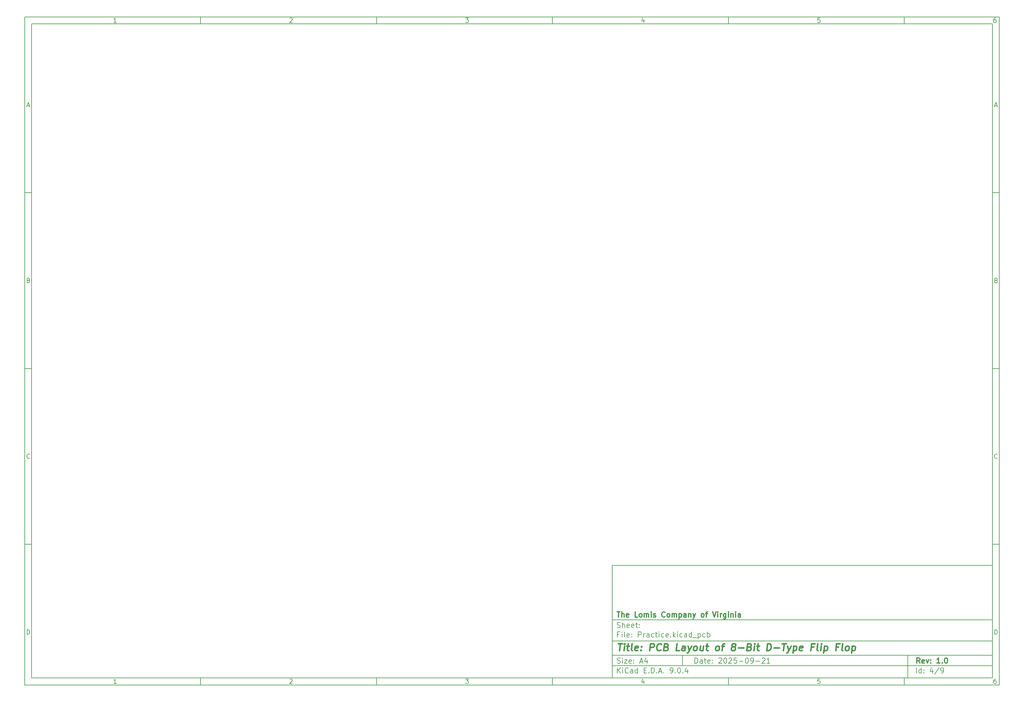
<source format=gbr>
%TF.GenerationSoftware,KiCad,Pcbnew,9.0.4*%
%TF.CreationDate,2025-09-21T01:40:17-04:00*%
%TF.ProjectId,Practice,50726163-7469-4636-952e-6b696361645f,1.0*%
%TF.SameCoordinates,Original*%
%TF.FileFunction,Paste,Bot*%
%TF.FilePolarity,Positive*%
%FSLAX46Y46*%
G04 Gerber Fmt 4.6, Leading zero omitted, Abs format (unit mm)*
G04 Created by KiCad (PCBNEW 9.0.4) date 2025-09-21 01:40:17*
%MOMM*%
%LPD*%
G01*
G04 APERTURE LIST*
%ADD10C,0.100000*%
%ADD11C,0.150000*%
%ADD12C,0.300000*%
%ADD13C,0.400000*%
G04 APERTURE END LIST*
D10*
D11*
X177002200Y-166007200D02*
X285002200Y-166007200D01*
X285002200Y-198007200D01*
X177002200Y-198007200D01*
X177002200Y-166007200D01*
D10*
D11*
X10000000Y-10000000D02*
X287002200Y-10000000D01*
X287002200Y-200007200D01*
X10000000Y-200007200D01*
X10000000Y-10000000D01*
D10*
D11*
X12000000Y-12000000D02*
X285002200Y-12000000D01*
X285002200Y-198007200D01*
X12000000Y-198007200D01*
X12000000Y-12000000D01*
D10*
D11*
X60000000Y-12000000D02*
X60000000Y-10000000D01*
D10*
D11*
X110000000Y-12000000D02*
X110000000Y-10000000D01*
D10*
D11*
X160000000Y-12000000D02*
X160000000Y-10000000D01*
D10*
D11*
X210000000Y-12000000D02*
X210000000Y-10000000D01*
D10*
D11*
X260000000Y-12000000D02*
X260000000Y-10000000D01*
D10*
D11*
X36089160Y-11593604D02*
X35346303Y-11593604D01*
X35717731Y-11593604D02*
X35717731Y-10293604D01*
X35717731Y-10293604D02*
X35593922Y-10479319D01*
X35593922Y-10479319D02*
X35470112Y-10603128D01*
X35470112Y-10603128D02*
X35346303Y-10665033D01*
D10*
D11*
X85346303Y-10417414D02*
X85408207Y-10355509D01*
X85408207Y-10355509D02*
X85532017Y-10293604D01*
X85532017Y-10293604D02*
X85841541Y-10293604D01*
X85841541Y-10293604D02*
X85965350Y-10355509D01*
X85965350Y-10355509D02*
X86027255Y-10417414D01*
X86027255Y-10417414D02*
X86089160Y-10541223D01*
X86089160Y-10541223D02*
X86089160Y-10665033D01*
X86089160Y-10665033D02*
X86027255Y-10850747D01*
X86027255Y-10850747D02*
X85284398Y-11593604D01*
X85284398Y-11593604D02*
X86089160Y-11593604D01*
D10*
D11*
X135284398Y-10293604D02*
X136089160Y-10293604D01*
X136089160Y-10293604D02*
X135655826Y-10788842D01*
X135655826Y-10788842D02*
X135841541Y-10788842D01*
X135841541Y-10788842D02*
X135965350Y-10850747D01*
X135965350Y-10850747D02*
X136027255Y-10912652D01*
X136027255Y-10912652D02*
X136089160Y-11036461D01*
X136089160Y-11036461D02*
X136089160Y-11345985D01*
X136089160Y-11345985D02*
X136027255Y-11469795D01*
X136027255Y-11469795D02*
X135965350Y-11531700D01*
X135965350Y-11531700D02*
X135841541Y-11593604D01*
X135841541Y-11593604D02*
X135470112Y-11593604D01*
X135470112Y-11593604D02*
X135346303Y-11531700D01*
X135346303Y-11531700D02*
X135284398Y-11469795D01*
D10*
D11*
X185965350Y-10726938D02*
X185965350Y-11593604D01*
X185655826Y-10231700D02*
X185346303Y-11160271D01*
X185346303Y-11160271D02*
X186151064Y-11160271D01*
D10*
D11*
X236027255Y-10293604D02*
X235408207Y-10293604D01*
X235408207Y-10293604D02*
X235346303Y-10912652D01*
X235346303Y-10912652D02*
X235408207Y-10850747D01*
X235408207Y-10850747D02*
X235532017Y-10788842D01*
X235532017Y-10788842D02*
X235841541Y-10788842D01*
X235841541Y-10788842D02*
X235965350Y-10850747D01*
X235965350Y-10850747D02*
X236027255Y-10912652D01*
X236027255Y-10912652D02*
X236089160Y-11036461D01*
X236089160Y-11036461D02*
X236089160Y-11345985D01*
X236089160Y-11345985D02*
X236027255Y-11469795D01*
X236027255Y-11469795D02*
X235965350Y-11531700D01*
X235965350Y-11531700D02*
X235841541Y-11593604D01*
X235841541Y-11593604D02*
X235532017Y-11593604D01*
X235532017Y-11593604D02*
X235408207Y-11531700D01*
X235408207Y-11531700D02*
X235346303Y-11469795D01*
D10*
D11*
X285965350Y-10293604D02*
X285717731Y-10293604D01*
X285717731Y-10293604D02*
X285593922Y-10355509D01*
X285593922Y-10355509D02*
X285532017Y-10417414D01*
X285532017Y-10417414D02*
X285408207Y-10603128D01*
X285408207Y-10603128D02*
X285346303Y-10850747D01*
X285346303Y-10850747D02*
X285346303Y-11345985D01*
X285346303Y-11345985D02*
X285408207Y-11469795D01*
X285408207Y-11469795D02*
X285470112Y-11531700D01*
X285470112Y-11531700D02*
X285593922Y-11593604D01*
X285593922Y-11593604D02*
X285841541Y-11593604D01*
X285841541Y-11593604D02*
X285965350Y-11531700D01*
X285965350Y-11531700D02*
X286027255Y-11469795D01*
X286027255Y-11469795D02*
X286089160Y-11345985D01*
X286089160Y-11345985D02*
X286089160Y-11036461D01*
X286089160Y-11036461D02*
X286027255Y-10912652D01*
X286027255Y-10912652D02*
X285965350Y-10850747D01*
X285965350Y-10850747D02*
X285841541Y-10788842D01*
X285841541Y-10788842D02*
X285593922Y-10788842D01*
X285593922Y-10788842D02*
X285470112Y-10850747D01*
X285470112Y-10850747D02*
X285408207Y-10912652D01*
X285408207Y-10912652D02*
X285346303Y-11036461D01*
D10*
D11*
X60000000Y-198007200D02*
X60000000Y-200007200D01*
D10*
D11*
X110000000Y-198007200D02*
X110000000Y-200007200D01*
D10*
D11*
X160000000Y-198007200D02*
X160000000Y-200007200D01*
D10*
D11*
X210000000Y-198007200D02*
X210000000Y-200007200D01*
D10*
D11*
X260000000Y-198007200D02*
X260000000Y-200007200D01*
D10*
D11*
X36089160Y-199600804D02*
X35346303Y-199600804D01*
X35717731Y-199600804D02*
X35717731Y-198300804D01*
X35717731Y-198300804D02*
X35593922Y-198486519D01*
X35593922Y-198486519D02*
X35470112Y-198610328D01*
X35470112Y-198610328D02*
X35346303Y-198672233D01*
D10*
D11*
X85346303Y-198424614D02*
X85408207Y-198362709D01*
X85408207Y-198362709D02*
X85532017Y-198300804D01*
X85532017Y-198300804D02*
X85841541Y-198300804D01*
X85841541Y-198300804D02*
X85965350Y-198362709D01*
X85965350Y-198362709D02*
X86027255Y-198424614D01*
X86027255Y-198424614D02*
X86089160Y-198548423D01*
X86089160Y-198548423D02*
X86089160Y-198672233D01*
X86089160Y-198672233D02*
X86027255Y-198857947D01*
X86027255Y-198857947D02*
X85284398Y-199600804D01*
X85284398Y-199600804D02*
X86089160Y-199600804D01*
D10*
D11*
X135284398Y-198300804D02*
X136089160Y-198300804D01*
X136089160Y-198300804D02*
X135655826Y-198796042D01*
X135655826Y-198796042D02*
X135841541Y-198796042D01*
X135841541Y-198796042D02*
X135965350Y-198857947D01*
X135965350Y-198857947D02*
X136027255Y-198919852D01*
X136027255Y-198919852D02*
X136089160Y-199043661D01*
X136089160Y-199043661D02*
X136089160Y-199353185D01*
X136089160Y-199353185D02*
X136027255Y-199476995D01*
X136027255Y-199476995D02*
X135965350Y-199538900D01*
X135965350Y-199538900D02*
X135841541Y-199600804D01*
X135841541Y-199600804D02*
X135470112Y-199600804D01*
X135470112Y-199600804D02*
X135346303Y-199538900D01*
X135346303Y-199538900D02*
X135284398Y-199476995D01*
D10*
D11*
X185965350Y-198734138D02*
X185965350Y-199600804D01*
X185655826Y-198238900D02*
X185346303Y-199167471D01*
X185346303Y-199167471D02*
X186151064Y-199167471D01*
D10*
D11*
X236027255Y-198300804D02*
X235408207Y-198300804D01*
X235408207Y-198300804D02*
X235346303Y-198919852D01*
X235346303Y-198919852D02*
X235408207Y-198857947D01*
X235408207Y-198857947D02*
X235532017Y-198796042D01*
X235532017Y-198796042D02*
X235841541Y-198796042D01*
X235841541Y-198796042D02*
X235965350Y-198857947D01*
X235965350Y-198857947D02*
X236027255Y-198919852D01*
X236027255Y-198919852D02*
X236089160Y-199043661D01*
X236089160Y-199043661D02*
X236089160Y-199353185D01*
X236089160Y-199353185D02*
X236027255Y-199476995D01*
X236027255Y-199476995D02*
X235965350Y-199538900D01*
X235965350Y-199538900D02*
X235841541Y-199600804D01*
X235841541Y-199600804D02*
X235532017Y-199600804D01*
X235532017Y-199600804D02*
X235408207Y-199538900D01*
X235408207Y-199538900D02*
X235346303Y-199476995D01*
D10*
D11*
X285965350Y-198300804D02*
X285717731Y-198300804D01*
X285717731Y-198300804D02*
X285593922Y-198362709D01*
X285593922Y-198362709D02*
X285532017Y-198424614D01*
X285532017Y-198424614D02*
X285408207Y-198610328D01*
X285408207Y-198610328D02*
X285346303Y-198857947D01*
X285346303Y-198857947D02*
X285346303Y-199353185D01*
X285346303Y-199353185D02*
X285408207Y-199476995D01*
X285408207Y-199476995D02*
X285470112Y-199538900D01*
X285470112Y-199538900D02*
X285593922Y-199600804D01*
X285593922Y-199600804D02*
X285841541Y-199600804D01*
X285841541Y-199600804D02*
X285965350Y-199538900D01*
X285965350Y-199538900D02*
X286027255Y-199476995D01*
X286027255Y-199476995D02*
X286089160Y-199353185D01*
X286089160Y-199353185D02*
X286089160Y-199043661D01*
X286089160Y-199043661D02*
X286027255Y-198919852D01*
X286027255Y-198919852D02*
X285965350Y-198857947D01*
X285965350Y-198857947D02*
X285841541Y-198796042D01*
X285841541Y-198796042D02*
X285593922Y-198796042D01*
X285593922Y-198796042D02*
X285470112Y-198857947D01*
X285470112Y-198857947D02*
X285408207Y-198919852D01*
X285408207Y-198919852D02*
X285346303Y-199043661D01*
D10*
D11*
X10000000Y-60000000D02*
X12000000Y-60000000D01*
D10*
D11*
X10000000Y-110000000D02*
X12000000Y-110000000D01*
D10*
D11*
X10000000Y-160000000D02*
X12000000Y-160000000D01*
D10*
D11*
X10690476Y-35222176D02*
X11309523Y-35222176D01*
X10566666Y-35593604D02*
X10999999Y-34293604D01*
X10999999Y-34293604D02*
X11433333Y-35593604D01*
D10*
D11*
X11092857Y-84912652D02*
X11278571Y-84974557D01*
X11278571Y-84974557D02*
X11340476Y-85036461D01*
X11340476Y-85036461D02*
X11402380Y-85160271D01*
X11402380Y-85160271D02*
X11402380Y-85345985D01*
X11402380Y-85345985D02*
X11340476Y-85469795D01*
X11340476Y-85469795D02*
X11278571Y-85531700D01*
X11278571Y-85531700D02*
X11154761Y-85593604D01*
X11154761Y-85593604D02*
X10659523Y-85593604D01*
X10659523Y-85593604D02*
X10659523Y-84293604D01*
X10659523Y-84293604D02*
X11092857Y-84293604D01*
X11092857Y-84293604D02*
X11216666Y-84355509D01*
X11216666Y-84355509D02*
X11278571Y-84417414D01*
X11278571Y-84417414D02*
X11340476Y-84541223D01*
X11340476Y-84541223D02*
X11340476Y-84665033D01*
X11340476Y-84665033D02*
X11278571Y-84788842D01*
X11278571Y-84788842D02*
X11216666Y-84850747D01*
X11216666Y-84850747D02*
X11092857Y-84912652D01*
X11092857Y-84912652D02*
X10659523Y-84912652D01*
D10*
D11*
X11402380Y-135469795D02*
X11340476Y-135531700D01*
X11340476Y-135531700D02*
X11154761Y-135593604D01*
X11154761Y-135593604D02*
X11030952Y-135593604D01*
X11030952Y-135593604D02*
X10845238Y-135531700D01*
X10845238Y-135531700D02*
X10721428Y-135407890D01*
X10721428Y-135407890D02*
X10659523Y-135284080D01*
X10659523Y-135284080D02*
X10597619Y-135036461D01*
X10597619Y-135036461D02*
X10597619Y-134850747D01*
X10597619Y-134850747D02*
X10659523Y-134603128D01*
X10659523Y-134603128D02*
X10721428Y-134479319D01*
X10721428Y-134479319D02*
X10845238Y-134355509D01*
X10845238Y-134355509D02*
X11030952Y-134293604D01*
X11030952Y-134293604D02*
X11154761Y-134293604D01*
X11154761Y-134293604D02*
X11340476Y-134355509D01*
X11340476Y-134355509D02*
X11402380Y-134417414D01*
D10*
D11*
X10659523Y-185593604D02*
X10659523Y-184293604D01*
X10659523Y-184293604D02*
X10969047Y-184293604D01*
X10969047Y-184293604D02*
X11154761Y-184355509D01*
X11154761Y-184355509D02*
X11278571Y-184479319D01*
X11278571Y-184479319D02*
X11340476Y-184603128D01*
X11340476Y-184603128D02*
X11402380Y-184850747D01*
X11402380Y-184850747D02*
X11402380Y-185036461D01*
X11402380Y-185036461D02*
X11340476Y-185284080D01*
X11340476Y-185284080D02*
X11278571Y-185407890D01*
X11278571Y-185407890D02*
X11154761Y-185531700D01*
X11154761Y-185531700D02*
X10969047Y-185593604D01*
X10969047Y-185593604D02*
X10659523Y-185593604D01*
D10*
D11*
X287002200Y-60000000D02*
X285002200Y-60000000D01*
D10*
D11*
X287002200Y-110000000D02*
X285002200Y-110000000D01*
D10*
D11*
X287002200Y-160000000D02*
X285002200Y-160000000D01*
D10*
D11*
X285692676Y-35222176D02*
X286311723Y-35222176D01*
X285568866Y-35593604D02*
X286002199Y-34293604D01*
X286002199Y-34293604D02*
X286435533Y-35593604D01*
D10*
D11*
X286095057Y-84912652D02*
X286280771Y-84974557D01*
X286280771Y-84974557D02*
X286342676Y-85036461D01*
X286342676Y-85036461D02*
X286404580Y-85160271D01*
X286404580Y-85160271D02*
X286404580Y-85345985D01*
X286404580Y-85345985D02*
X286342676Y-85469795D01*
X286342676Y-85469795D02*
X286280771Y-85531700D01*
X286280771Y-85531700D02*
X286156961Y-85593604D01*
X286156961Y-85593604D02*
X285661723Y-85593604D01*
X285661723Y-85593604D02*
X285661723Y-84293604D01*
X285661723Y-84293604D02*
X286095057Y-84293604D01*
X286095057Y-84293604D02*
X286218866Y-84355509D01*
X286218866Y-84355509D02*
X286280771Y-84417414D01*
X286280771Y-84417414D02*
X286342676Y-84541223D01*
X286342676Y-84541223D02*
X286342676Y-84665033D01*
X286342676Y-84665033D02*
X286280771Y-84788842D01*
X286280771Y-84788842D02*
X286218866Y-84850747D01*
X286218866Y-84850747D02*
X286095057Y-84912652D01*
X286095057Y-84912652D02*
X285661723Y-84912652D01*
D10*
D11*
X286404580Y-135469795D02*
X286342676Y-135531700D01*
X286342676Y-135531700D02*
X286156961Y-135593604D01*
X286156961Y-135593604D02*
X286033152Y-135593604D01*
X286033152Y-135593604D02*
X285847438Y-135531700D01*
X285847438Y-135531700D02*
X285723628Y-135407890D01*
X285723628Y-135407890D02*
X285661723Y-135284080D01*
X285661723Y-135284080D02*
X285599819Y-135036461D01*
X285599819Y-135036461D02*
X285599819Y-134850747D01*
X285599819Y-134850747D02*
X285661723Y-134603128D01*
X285661723Y-134603128D02*
X285723628Y-134479319D01*
X285723628Y-134479319D02*
X285847438Y-134355509D01*
X285847438Y-134355509D02*
X286033152Y-134293604D01*
X286033152Y-134293604D02*
X286156961Y-134293604D01*
X286156961Y-134293604D02*
X286342676Y-134355509D01*
X286342676Y-134355509D02*
X286404580Y-134417414D01*
D10*
D11*
X285661723Y-185593604D02*
X285661723Y-184293604D01*
X285661723Y-184293604D02*
X285971247Y-184293604D01*
X285971247Y-184293604D02*
X286156961Y-184355509D01*
X286156961Y-184355509D02*
X286280771Y-184479319D01*
X286280771Y-184479319D02*
X286342676Y-184603128D01*
X286342676Y-184603128D02*
X286404580Y-184850747D01*
X286404580Y-184850747D02*
X286404580Y-185036461D01*
X286404580Y-185036461D02*
X286342676Y-185284080D01*
X286342676Y-185284080D02*
X286280771Y-185407890D01*
X286280771Y-185407890D02*
X286156961Y-185531700D01*
X286156961Y-185531700D02*
X285971247Y-185593604D01*
X285971247Y-185593604D02*
X285661723Y-185593604D01*
D10*
D11*
X200458026Y-193793328D02*
X200458026Y-192293328D01*
X200458026Y-192293328D02*
X200815169Y-192293328D01*
X200815169Y-192293328D02*
X201029455Y-192364757D01*
X201029455Y-192364757D02*
X201172312Y-192507614D01*
X201172312Y-192507614D02*
X201243741Y-192650471D01*
X201243741Y-192650471D02*
X201315169Y-192936185D01*
X201315169Y-192936185D02*
X201315169Y-193150471D01*
X201315169Y-193150471D02*
X201243741Y-193436185D01*
X201243741Y-193436185D02*
X201172312Y-193579042D01*
X201172312Y-193579042D02*
X201029455Y-193721900D01*
X201029455Y-193721900D02*
X200815169Y-193793328D01*
X200815169Y-193793328D02*
X200458026Y-193793328D01*
X202600884Y-193793328D02*
X202600884Y-193007614D01*
X202600884Y-193007614D02*
X202529455Y-192864757D01*
X202529455Y-192864757D02*
X202386598Y-192793328D01*
X202386598Y-192793328D02*
X202100884Y-192793328D01*
X202100884Y-192793328D02*
X201958026Y-192864757D01*
X202600884Y-193721900D02*
X202458026Y-193793328D01*
X202458026Y-193793328D02*
X202100884Y-193793328D01*
X202100884Y-193793328D02*
X201958026Y-193721900D01*
X201958026Y-193721900D02*
X201886598Y-193579042D01*
X201886598Y-193579042D02*
X201886598Y-193436185D01*
X201886598Y-193436185D02*
X201958026Y-193293328D01*
X201958026Y-193293328D02*
X202100884Y-193221900D01*
X202100884Y-193221900D02*
X202458026Y-193221900D01*
X202458026Y-193221900D02*
X202600884Y-193150471D01*
X203100884Y-192793328D02*
X203672312Y-192793328D01*
X203315169Y-192293328D02*
X203315169Y-193579042D01*
X203315169Y-193579042D02*
X203386598Y-193721900D01*
X203386598Y-193721900D02*
X203529455Y-193793328D01*
X203529455Y-193793328D02*
X203672312Y-193793328D01*
X204743741Y-193721900D02*
X204600884Y-193793328D01*
X204600884Y-193793328D02*
X204315170Y-193793328D01*
X204315170Y-193793328D02*
X204172312Y-193721900D01*
X204172312Y-193721900D02*
X204100884Y-193579042D01*
X204100884Y-193579042D02*
X204100884Y-193007614D01*
X204100884Y-193007614D02*
X204172312Y-192864757D01*
X204172312Y-192864757D02*
X204315170Y-192793328D01*
X204315170Y-192793328D02*
X204600884Y-192793328D01*
X204600884Y-192793328D02*
X204743741Y-192864757D01*
X204743741Y-192864757D02*
X204815170Y-193007614D01*
X204815170Y-193007614D02*
X204815170Y-193150471D01*
X204815170Y-193150471D02*
X204100884Y-193293328D01*
X205458026Y-193650471D02*
X205529455Y-193721900D01*
X205529455Y-193721900D02*
X205458026Y-193793328D01*
X205458026Y-193793328D02*
X205386598Y-193721900D01*
X205386598Y-193721900D02*
X205458026Y-193650471D01*
X205458026Y-193650471D02*
X205458026Y-193793328D01*
X205458026Y-192864757D02*
X205529455Y-192936185D01*
X205529455Y-192936185D02*
X205458026Y-193007614D01*
X205458026Y-193007614D02*
X205386598Y-192936185D01*
X205386598Y-192936185D02*
X205458026Y-192864757D01*
X205458026Y-192864757D02*
X205458026Y-193007614D01*
X207243741Y-192436185D02*
X207315169Y-192364757D01*
X207315169Y-192364757D02*
X207458027Y-192293328D01*
X207458027Y-192293328D02*
X207815169Y-192293328D01*
X207815169Y-192293328D02*
X207958027Y-192364757D01*
X207958027Y-192364757D02*
X208029455Y-192436185D01*
X208029455Y-192436185D02*
X208100884Y-192579042D01*
X208100884Y-192579042D02*
X208100884Y-192721900D01*
X208100884Y-192721900D02*
X208029455Y-192936185D01*
X208029455Y-192936185D02*
X207172312Y-193793328D01*
X207172312Y-193793328D02*
X208100884Y-193793328D01*
X209029455Y-192293328D02*
X209172312Y-192293328D01*
X209172312Y-192293328D02*
X209315169Y-192364757D01*
X209315169Y-192364757D02*
X209386598Y-192436185D01*
X209386598Y-192436185D02*
X209458026Y-192579042D01*
X209458026Y-192579042D02*
X209529455Y-192864757D01*
X209529455Y-192864757D02*
X209529455Y-193221900D01*
X209529455Y-193221900D02*
X209458026Y-193507614D01*
X209458026Y-193507614D02*
X209386598Y-193650471D01*
X209386598Y-193650471D02*
X209315169Y-193721900D01*
X209315169Y-193721900D02*
X209172312Y-193793328D01*
X209172312Y-193793328D02*
X209029455Y-193793328D01*
X209029455Y-193793328D02*
X208886598Y-193721900D01*
X208886598Y-193721900D02*
X208815169Y-193650471D01*
X208815169Y-193650471D02*
X208743740Y-193507614D01*
X208743740Y-193507614D02*
X208672312Y-193221900D01*
X208672312Y-193221900D02*
X208672312Y-192864757D01*
X208672312Y-192864757D02*
X208743740Y-192579042D01*
X208743740Y-192579042D02*
X208815169Y-192436185D01*
X208815169Y-192436185D02*
X208886598Y-192364757D01*
X208886598Y-192364757D02*
X209029455Y-192293328D01*
X210100883Y-192436185D02*
X210172311Y-192364757D01*
X210172311Y-192364757D02*
X210315169Y-192293328D01*
X210315169Y-192293328D02*
X210672311Y-192293328D01*
X210672311Y-192293328D02*
X210815169Y-192364757D01*
X210815169Y-192364757D02*
X210886597Y-192436185D01*
X210886597Y-192436185D02*
X210958026Y-192579042D01*
X210958026Y-192579042D02*
X210958026Y-192721900D01*
X210958026Y-192721900D02*
X210886597Y-192936185D01*
X210886597Y-192936185D02*
X210029454Y-193793328D01*
X210029454Y-193793328D02*
X210958026Y-193793328D01*
X212315168Y-192293328D02*
X211600882Y-192293328D01*
X211600882Y-192293328D02*
X211529454Y-193007614D01*
X211529454Y-193007614D02*
X211600882Y-192936185D01*
X211600882Y-192936185D02*
X211743740Y-192864757D01*
X211743740Y-192864757D02*
X212100882Y-192864757D01*
X212100882Y-192864757D02*
X212243740Y-192936185D01*
X212243740Y-192936185D02*
X212315168Y-193007614D01*
X212315168Y-193007614D02*
X212386597Y-193150471D01*
X212386597Y-193150471D02*
X212386597Y-193507614D01*
X212386597Y-193507614D02*
X212315168Y-193650471D01*
X212315168Y-193650471D02*
X212243740Y-193721900D01*
X212243740Y-193721900D02*
X212100882Y-193793328D01*
X212100882Y-193793328D02*
X211743740Y-193793328D01*
X211743740Y-193793328D02*
X211600882Y-193721900D01*
X211600882Y-193721900D02*
X211529454Y-193650471D01*
X213029453Y-193221900D02*
X214172311Y-193221900D01*
X215172311Y-192293328D02*
X215315168Y-192293328D01*
X215315168Y-192293328D02*
X215458025Y-192364757D01*
X215458025Y-192364757D02*
X215529454Y-192436185D01*
X215529454Y-192436185D02*
X215600882Y-192579042D01*
X215600882Y-192579042D02*
X215672311Y-192864757D01*
X215672311Y-192864757D02*
X215672311Y-193221900D01*
X215672311Y-193221900D02*
X215600882Y-193507614D01*
X215600882Y-193507614D02*
X215529454Y-193650471D01*
X215529454Y-193650471D02*
X215458025Y-193721900D01*
X215458025Y-193721900D02*
X215315168Y-193793328D01*
X215315168Y-193793328D02*
X215172311Y-193793328D01*
X215172311Y-193793328D02*
X215029454Y-193721900D01*
X215029454Y-193721900D02*
X214958025Y-193650471D01*
X214958025Y-193650471D02*
X214886596Y-193507614D01*
X214886596Y-193507614D02*
X214815168Y-193221900D01*
X214815168Y-193221900D02*
X214815168Y-192864757D01*
X214815168Y-192864757D02*
X214886596Y-192579042D01*
X214886596Y-192579042D02*
X214958025Y-192436185D01*
X214958025Y-192436185D02*
X215029454Y-192364757D01*
X215029454Y-192364757D02*
X215172311Y-192293328D01*
X216386596Y-193793328D02*
X216672310Y-193793328D01*
X216672310Y-193793328D02*
X216815167Y-193721900D01*
X216815167Y-193721900D02*
X216886596Y-193650471D01*
X216886596Y-193650471D02*
X217029453Y-193436185D01*
X217029453Y-193436185D02*
X217100882Y-193150471D01*
X217100882Y-193150471D02*
X217100882Y-192579042D01*
X217100882Y-192579042D02*
X217029453Y-192436185D01*
X217029453Y-192436185D02*
X216958025Y-192364757D01*
X216958025Y-192364757D02*
X216815167Y-192293328D01*
X216815167Y-192293328D02*
X216529453Y-192293328D01*
X216529453Y-192293328D02*
X216386596Y-192364757D01*
X216386596Y-192364757D02*
X216315167Y-192436185D01*
X216315167Y-192436185D02*
X216243739Y-192579042D01*
X216243739Y-192579042D02*
X216243739Y-192936185D01*
X216243739Y-192936185D02*
X216315167Y-193079042D01*
X216315167Y-193079042D02*
X216386596Y-193150471D01*
X216386596Y-193150471D02*
X216529453Y-193221900D01*
X216529453Y-193221900D02*
X216815167Y-193221900D01*
X216815167Y-193221900D02*
X216958025Y-193150471D01*
X216958025Y-193150471D02*
X217029453Y-193079042D01*
X217029453Y-193079042D02*
X217100882Y-192936185D01*
X217743738Y-193221900D02*
X218886596Y-193221900D01*
X219529453Y-192436185D02*
X219600881Y-192364757D01*
X219600881Y-192364757D02*
X219743739Y-192293328D01*
X219743739Y-192293328D02*
X220100881Y-192293328D01*
X220100881Y-192293328D02*
X220243739Y-192364757D01*
X220243739Y-192364757D02*
X220315167Y-192436185D01*
X220315167Y-192436185D02*
X220386596Y-192579042D01*
X220386596Y-192579042D02*
X220386596Y-192721900D01*
X220386596Y-192721900D02*
X220315167Y-192936185D01*
X220315167Y-192936185D02*
X219458024Y-193793328D01*
X219458024Y-193793328D02*
X220386596Y-193793328D01*
X221815167Y-193793328D02*
X220958024Y-193793328D01*
X221386595Y-193793328D02*
X221386595Y-192293328D01*
X221386595Y-192293328D02*
X221243738Y-192507614D01*
X221243738Y-192507614D02*
X221100881Y-192650471D01*
X221100881Y-192650471D02*
X220958024Y-192721900D01*
D10*
D11*
X177002200Y-194507200D02*
X285002200Y-194507200D01*
D10*
D11*
X178458026Y-196593328D02*
X178458026Y-195093328D01*
X179315169Y-196593328D02*
X178672312Y-195736185D01*
X179315169Y-195093328D02*
X178458026Y-195950471D01*
X179958026Y-196593328D02*
X179958026Y-195593328D01*
X179958026Y-195093328D02*
X179886598Y-195164757D01*
X179886598Y-195164757D02*
X179958026Y-195236185D01*
X179958026Y-195236185D02*
X180029455Y-195164757D01*
X180029455Y-195164757D02*
X179958026Y-195093328D01*
X179958026Y-195093328D02*
X179958026Y-195236185D01*
X181529455Y-196450471D02*
X181458027Y-196521900D01*
X181458027Y-196521900D02*
X181243741Y-196593328D01*
X181243741Y-196593328D02*
X181100884Y-196593328D01*
X181100884Y-196593328D02*
X180886598Y-196521900D01*
X180886598Y-196521900D02*
X180743741Y-196379042D01*
X180743741Y-196379042D02*
X180672312Y-196236185D01*
X180672312Y-196236185D02*
X180600884Y-195950471D01*
X180600884Y-195950471D02*
X180600884Y-195736185D01*
X180600884Y-195736185D02*
X180672312Y-195450471D01*
X180672312Y-195450471D02*
X180743741Y-195307614D01*
X180743741Y-195307614D02*
X180886598Y-195164757D01*
X180886598Y-195164757D02*
X181100884Y-195093328D01*
X181100884Y-195093328D02*
X181243741Y-195093328D01*
X181243741Y-195093328D02*
X181458027Y-195164757D01*
X181458027Y-195164757D02*
X181529455Y-195236185D01*
X182815170Y-196593328D02*
X182815170Y-195807614D01*
X182815170Y-195807614D02*
X182743741Y-195664757D01*
X182743741Y-195664757D02*
X182600884Y-195593328D01*
X182600884Y-195593328D02*
X182315170Y-195593328D01*
X182315170Y-195593328D02*
X182172312Y-195664757D01*
X182815170Y-196521900D02*
X182672312Y-196593328D01*
X182672312Y-196593328D02*
X182315170Y-196593328D01*
X182315170Y-196593328D02*
X182172312Y-196521900D01*
X182172312Y-196521900D02*
X182100884Y-196379042D01*
X182100884Y-196379042D02*
X182100884Y-196236185D01*
X182100884Y-196236185D02*
X182172312Y-196093328D01*
X182172312Y-196093328D02*
X182315170Y-196021900D01*
X182315170Y-196021900D02*
X182672312Y-196021900D01*
X182672312Y-196021900D02*
X182815170Y-195950471D01*
X184172313Y-196593328D02*
X184172313Y-195093328D01*
X184172313Y-196521900D02*
X184029455Y-196593328D01*
X184029455Y-196593328D02*
X183743741Y-196593328D01*
X183743741Y-196593328D02*
X183600884Y-196521900D01*
X183600884Y-196521900D02*
X183529455Y-196450471D01*
X183529455Y-196450471D02*
X183458027Y-196307614D01*
X183458027Y-196307614D02*
X183458027Y-195879042D01*
X183458027Y-195879042D02*
X183529455Y-195736185D01*
X183529455Y-195736185D02*
X183600884Y-195664757D01*
X183600884Y-195664757D02*
X183743741Y-195593328D01*
X183743741Y-195593328D02*
X184029455Y-195593328D01*
X184029455Y-195593328D02*
X184172313Y-195664757D01*
X186029455Y-195807614D02*
X186529455Y-195807614D01*
X186743741Y-196593328D02*
X186029455Y-196593328D01*
X186029455Y-196593328D02*
X186029455Y-195093328D01*
X186029455Y-195093328D02*
X186743741Y-195093328D01*
X187386598Y-196450471D02*
X187458027Y-196521900D01*
X187458027Y-196521900D02*
X187386598Y-196593328D01*
X187386598Y-196593328D02*
X187315170Y-196521900D01*
X187315170Y-196521900D02*
X187386598Y-196450471D01*
X187386598Y-196450471D02*
X187386598Y-196593328D01*
X188100884Y-196593328D02*
X188100884Y-195093328D01*
X188100884Y-195093328D02*
X188458027Y-195093328D01*
X188458027Y-195093328D02*
X188672313Y-195164757D01*
X188672313Y-195164757D02*
X188815170Y-195307614D01*
X188815170Y-195307614D02*
X188886599Y-195450471D01*
X188886599Y-195450471D02*
X188958027Y-195736185D01*
X188958027Y-195736185D02*
X188958027Y-195950471D01*
X188958027Y-195950471D02*
X188886599Y-196236185D01*
X188886599Y-196236185D02*
X188815170Y-196379042D01*
X188815170Y-196379042D02*
X188672313Y-196521900D01*
X188672313Y-196521900D02*
X188458027Y-196593328D01*
X188458027Y-196593328D02*
X188100884Y-196593328D01*
X189600884Y-196450471D02*
X189672313Y-196521900D01*
X189672313Y-196521900D02*
X189600884Y-196593328D01*
X189600884Y-196593328D02*
X189529456Y-196521900D01*
X189529456Y-196521900D02*
X189600884Y-196450471D01*
X189600884Y-196450471D02*
X189600884Y-196593328D01*
X190243742Y-196164757D02*
X190958028Y-196164757D01*
X190100885Y-196593328D02*
X190600885Y-195093328D01*
X190600885Y-195093328D02*
X191100885Y-196593328D01*
X191600884Y-196450471D02*
X191672313Y-196521900D01*
X191672313Y-196521900D02*
X191600884Y-196593328D01*
X191600884Y-196593328D02*
X191529456Y-196521900D01*
X191529456Y-196521900D02*
X191600884Y-196450471D01*
X191600884Y-196450471D02*
X191600884Y-196593328D01*
X193529456Y-196593328D02*
X193815170Y-196593328D01*
X193815170Y-196593328D02*
X193958027Y-196521900D01*
X193958027Y-196521900D02*
X194029456Y-196450471D01*
X194029456Y-196450471D02*
X194172313Y-196236185D01*
X194172313Y-196236185D02*
X194243742Y-195950471D01*
X194243742Y-195950471D02*
X194243742Y-195379042D01*
X194243742Y-195379042D02*
X194172313Y-195236185D01*
X194172313Y-195236185D02*
X194100885Y-195164757D01*
X194100885Y-195164757D02*
X193958027Y-195093328D01*
X193958027Y-195093328D02*
X193672313Y-195093328D01*
X193672313Y-195093328D02*
X193529456Y-195164757D01*
X193529456Y-195164757D02*
X193458027Y-195236185D01*
X193458027Y-195236185D02*
X193386599Y-195379042D01*
X193386599Y-195379042D02*
X193386599Y-195736185D01*
X193386599Y-195736185D02*
X193458027Y-195879042D01*
X193458027Y-195879042D02*
X193529456Y-195950471D01*
X193529456Y-195950471D02*
X193672313Y-196021900D01*
X193672313Y-196021900D02*
X193958027Y-196021900D01*
X193958027Y-196021900D02*
X194100885Y-195950471D01*
X194100885Y-195950471D02*
X194172313Y-195879042D01*
X194172313Y-195879042D02*
X194243742Y-195736185D01*
X194886598Y-196450471D02*
X194958027Y-196521900D01*
X194958027Y-196521900D02*
X194886598Y-196593328D01*
X194886598Y-196593328D02*
X194815170Y-196521900D01*
X194815170Y-196521900D02*
X194886598Y-196450471D01*
X194886598Y-196450471D02*
X194886598Y-196593328D01*
X195886599Y-195093328D02*
X196029456Y-195093328D01*
X196029456Y-195093328D02*
X196172313Y-195164757D01*
X196172313Y-195164757D02*
X196243742Y-195236185D01*
X196243742Y-195236185D02*
X196315170Y-195379042D01*
X196315170Y-195379042D02*
X196386599Y-195664757D01*
X196386599Y-195664757D02*
X196386599Y-196021900D01*
X196386599Y-196021900D02*
X196315170Y-196307614D01*
X196315170Y-196307614D02*
X196243742Y-196450471D01*
X196243742Y-196450471D02*
X196172313Y-196521900D01*
X196172313Y-196521900D02*
X196029456Y-196593328D01*
X196029456Y-196593328D02*
X195886599Y-196593328D01*
X195886599Y-196593328D02*
X195743742Y-196521900D01*
X195743742Y-196521900D02*
X195672313Y-196450471D01*
X195672313Y-196450471D02*
X195600884Y-196307614D01*
X195600884Y-196307614D02*
X195529456Y-196021900D01*
X195529456Y-196021900D02*
X195529456Y-195664757D01*
X195529456Y-195664757D02*
X195600884Y-195379042D01*
X195600884Y-195379042D02*
X195672313Y-195236185D01*
X195672313Y-195236185D02*
X195743742Y-195164757D01*
X195743742Y-195164757D02*
X195886599Y-195093328D01*
X197029455Y-196450471D02*
X197100884Y-196521900D01*
X197100884Y-196521900D02*
X197029455Y-196593328D01*
X197029455Y-196593328D02*
X196958027Y-196521900D01*
X196958027Y-196521900D02*
X197029455Y-196450471D01*
X197029455Y-196450471D02*
X197029455Y-196593328D01*
X198386599Y-195593328D02*
X198386599Y-196593328D01*
X198029456Y-195021900D02*
X197672313Y-196093328D01*
X197672313Y-196093328D02*
X198600884Y-196093328D01*
D10*
D11*
X177002200Y-191507200D02*
X285002200Y-191507200D01*
D10*
D12*
X264413853Y-193785528D02*
X263913853Y-193071242D01*
X263556710Y-193785528D02*
X263556710Y-192285528D01*
X263556710Y-192285528D02*
X264128139Y-192285528D01*
X264128139Y-192285528D02*
X264270996Y-192356957D01*
X264270996Y-192356957D02*
X264342425Y-192428385D01*
X264342425Y-192428385D02*
X264413853Y-192571242D01*
X264413853Y-192571242D02*
X264413853Y-192785528D01*
X264413853Y-192785528D02*
X264342425Y-192928385D01*
X264342425Y-192928385D02*
X264270996Y-192999814D01*
X264270996Y-192999814D02*
X264128139Y-193071242D01*
X264128139Y-193071242D02*
X263556710Y-193071242D01*
X265628139Y-193714100D02*
X265485282Y-193785528D01*
X265485282Y-193785528D02*
X265199568Y-193785528D01*
X265199568Y-193785528D02*
X265056710Y-193714100D01*
X265056710Y-193714100D02*
X264985282Y-193571242D01*
X264985282Y-193571242D02*
X264985282Y-192999814D01*
X264985282Y-192999814D02*
X265056710Y-192856957D01*
X265056710Y-192856957D02*
X265199568Y-192785528D01*
X265199568Y-192785528D02*
X265485282Y-192785528D01*
X265485282Y-192785528D02*
X265628139Y-192856957D01*
X265628139Y-192856957D02*
X265699568Y-192999814D01*
X265699568Y-192999814D02*
X265699568Y-193142671D01*
X265699568Y-193142671D02*
X264985282Y-193285528D01*
X266199567Y-192785528D02*
X266556710Y-193785528D01*
X266556710Y-193785528D02*
X266913853Y-192785528D01*
X267485281Y-193642671D02*
X267556710Y-193714100D01*
X267556710Y-193714100D02*
X267485281Y-193785528D01*
X267485281Y-193785528D02*
X267413853Y-193714100D01*
X267413853Y-193714100D02*
X267485281Y-193642671D01*
X267485281Y-193642671D02*
X267485281Y-193785528D01*
X267485281Y-192856957D02*
X267556710Y-192928385D01*
X267556710Y-192928385D02*
X267485281Y-192999814D01*
X267485281Y-192999814D02*
X267413853Y-192928385D01*
X267413853Y-192928385D02*
X267485281Y-192856957D01*
X267485281Y-192856957D02*
X267485281Y-192999814D01*
X270128139Y-193785528D02*
X269270996Y-193785528D01*
X269699567Y-193785528D02*
X269699567Y-192285528D01*
X269699567Y-192285528D02*
X269556710Y-192499814D01*
X269556710Y-192499814D02*
X269413853Y-192642671D01*
X269413853Y-192642671D02*
X269270996Y-192714100D01*
X270770995Y-193642671D02*
X270842424Y-193714100D01*
X270842424Y-193714100D02*
X270770995Y-193785528D01*
X270770995Y-193785528D02*
X270699567Y-193714100D01*
X270699567Y-193714100D02*
X270770995Y-193642671D01*
X270770995Y-193642671D02*
X270770995Y-193785528D01*
X271770996Y-192285528D02*
X271913853Y-192285528D01*
X271913853Y-192285528D02*
X272056710Y-192356957D01*
X272056710Y-192356957D02*
X272128139Y-192428385D01*
X272128139Y-192428385D02*
X272199567Y-192571242D01*
X272199567Y-192571242D02*
X272270996Y-192856957D01*
X272270996Y-192856957D02*
X272270996Y-193214100D01*
X272270996Y-193214100D02*
X272199567Y-193499814D01*
X272199567Y-193499814D02*
X272128139Y-193642671D01*
X272128139Y-193642671D02*
X272056710Y-193714100D01*
X272056710Y-193714100D02*
X271913853Y-193785528D01*
X271913853Y-193785528D02*
X271770996Y-193785528D01*
X271770996Y-193785528D02*
X271628139Y-193714100D01*
X271628139Y-193714100D02*
X271556710Y-193642671D01*
X271556710Y-193642671D02*
X271485281Y-193499814D01*
X271485281Y-193499814D02*
X271413853Y-193214100D01*
X271413853Y-193214100D02*
X271413853Y-192856957D01*
X271413853Y-192856957D02*
X271485281Y-192571242D01*
X271485281Y-192571242D02*
X271556710Y-192428385D01*
X271556710Y-192428385D02*
X271628139Y-192356957D01*
X271628139Y-192356957D02*
X271770996Y-192285528D01*
D10*
D11*
X178386598Y-193721900D02*
X178600884Y-193793328D01*
X178600884Y-193793328D02*
X178958026Y-193793328D01*
X178958026Y-193793328D02*
X179100884Y-193721900D01*
X179100884Y-193721900D02*
X179172312Y-193650471D01*
X179172312Y-193650471D02*
X179243741Y-193507614D01*
X179243741Y-193507614D02*
X179243741Y-193364757D01*
X179243741Y-193364757D02*
X179172312Y-193221900D01*
X179172312Y-193221900D02*
X179100884Y-193150471D01*
X179100884Y-193150471D02*
X178958026Y-193079042D01*
X178958026Y-193079042D02*
X178672312Y-193007614D01*
X178672312Y-193007614D02*
X178529455Y-192936185D01*
X178529455Y-192936185D02*
X178458026Y-192864757D01*
X178458026Y-192864757D02*
X178386598Y-192721900D01*
X178386598Y-192721900D02*
X178386598Y-192579042D01*
X178386598Y-192579042D02*
X178458026Y-192436185D01*
X178458026Y-192436185D02*
X178529455Y-192364757D01*
X178529455Y-192364757D02*
X178672312Y-192293328D01*
X178672312Y-192293328D02*
X179029455Y-192293328D01*
X179029455Y-192293328D02*
X179243741Y-192364757D01*
X179886597Y-193793328D02*
X179886597Y-192793328D01*
X179886597Y-192293328D02*
X179815169Y-192364757D01*
X179815169Y-192364757D02*
X179886597Y-192436185D01*
X179886597Y-192436185D02*
X179958026Y-192364757D01*
X179958026Y-192364757D02*
X179886597Y-192293328D01*
X179886597Y-192293328D02*
X179886597Y-192436185D01*
X180458026Y-192793328D02*
X181243741Y-192793328D01*
X181243741Y-192793328D02*
X180458026Y-193793328D01*
X180458026Y-193793328D02*
X181243741Y-193793328D01*
X182386598Y-193721900D02*
X182243741Y-193793328D01*
X182243741Y-193793328D02*
X181958027Y-193793328D01*
X181958027Y-193793328D02*
X181815169Y-193721900D01*
X181815169Y-193721900D02*
X181743741Y-193579042D01*
X181743741Y-193579042D02*
X181743741Y-193007614D01*
X181743741Y-193007614D02*
X181815169Y-192864757D01*
X181815169Y-192864757D02*
X181958027Y-192793328D01*
X181958027Y-192793328D02*
X182243741Y-192793328D01*
X182243741Y-192793328D02*
X182386598Y-192864757D01*
X182386598Y-192864757D02*
X182458027Y-193007614D01*
X182458027Y-193007614D02*
X182458027Y-193150471D01*
X182458027Y-193150471D02*
X181743741Y-193293328D01*
X183100883Y-193650471D02*
X183172312Y-193721900D01*
X183172312Y-193721900D02*
X183100883Y-193793328D01*
X183100883Y-193793328D02*
X183029455Y-193721900D01*
X183029455Y-193721900D02*
X183100883Y-193650471D01*
X183100883Y-193650471D02*
X183100883Y-193793328D01*
X183100883Y-192864757D02*
X183172312Y-192936185D01*
X183172312Y-192936185D02*
X183100883Y-193007614D01*
X183100883Y-193007614D02*
X183029455Y-192936185D01*
X183029455Y-192936185D02*
X183100883Y-192864757D01*
X183100883Y-192864757D02*
X183100883Y-193007614D01*
X184886598Y-193364757D02*
X185600884Y-193364757D01*
X184743741Y-193793328D02*
X185243741Y-192293328D01*
X185243741Y-192293328D02*
X185743741Y-193793328D01*
X186886598Y-192793328D02*
X186886598Y-193793328D01*
X186529455Y-192221900D02*
X186172312Y-193293328D01*
X186172312Y-193293328D02*
X187100883Y-193293328D01*
D10*
D11*
X263458026Y-196593328D02*
X263458026Y-195093328D01*
X264815170Y-196593328D02*
X264815170Y-195093328D01*
X264815170Y-196521900D02*
X264672312Y-196593328D01*
X264672312Y-196593328D02*
X264386598Y-196593328D01*
X264386598Y-196593328D02*
X264243741Y-196521900D01*
X264243741Y-196521900D02*
X264172312Y-196450471D01*
X264172312Y-196450471D02*
X264100884Y-196307614D01*
X264100884Y-196307614D02*
X264100884Y-195879042D01*
X264100884Y-195879042D02*
X264172312Y-195736185D01*
X264172312Y-195736185D02*
X264243741Y-195664757D01*
X264243741Y-195664757D02*
X264386598Y-195593328D01*
X264386598Y-195593328D02*
X264672312Y-195593328D01*
X264672312Y-195593328D02*
X264815170Y-195664757D01*
X265529455Y-196450471D02*
X265600884Y-196521900D01*
X265600884Y-196521900D02*
X265529455Y-196593328D01*
X265529455Y-196593328D02*
X265458027Y-196521900D01*
X265458027Y-196521900D02*
X265529455Y-196450471D01*
X265529455Y-196450471D02*
X265529455Y-196593328D01*
X265529455Y-195664757D02*
X265600884Y-195736185D01*
X265600884Y-195736185D02*
X265529455Y-195807614D01*
X265529455Y-195807614D02*
X265458027Y-195736185D01*
X265458027Y-195736185D02*
X265529455Y-195664757D01*
X265529455Y-195664757D02*
X265529455Y-195807614D01*
X268029456Y-195593328D02*
X268029456Y-196593328D01*
X267672313Y-195021900D02*
X267315170Y-196093328D01*
X267315170Y-196093328D02*
X268243741Y-196093328D01*
X269886598Y-195021900D02*
X268600884Y-196950471D01*
X270458027Y-196593328D02*
X270743741Y-196593328D01*
X270743741Y-196593328D02*
X270886598Y-196521900D01*
X270886598Y-196521900D02*
X270958027Y-196450471D01*
X270958027Y-196450471D02*
X271100884Y-196236185D01*
X271100884Y-196236185D02*
X271172313Y-195950471D01*
X271172313Y-195950471D02*
X271172313Y-195379042D01*
X271172313Y-195379042D02*
X271100884Y-195236185D01*
X271100884Y-195236185D02*
X271029456Y-195164757D01*
X271029456Y-195164757D02*
X270886598Y-195093328D01*
X270886598Y-195093328D02*
X270600884Y-195093328D01*
X270600884Y-195093328D02*
X270458027Y-195164757D01*
X270458027Y-195164757D02*
X270386598Y-195236185D01*
X270386598Y-195236185D02*
X270315170Y-195379042D01*
X270315170Y-195379042D02*
X270315170Y-195736185D01*
X270315170Y-195736185D02*
X270386598Y-195879042D01*
X270386598Y-195879042D02*
X270458027Y-195950471D01*
X270458027Y-195950471D02*
X270600884Y-196021900D01*
X270600884Y-196021900D02*
X270886598Y-196021900D01*
X270886598Y-196021900D02*
X271029456Y-195950471D01*
X271029456Y-195950471D02*
X271100884Y-195879042D01*
X271100884Y-195879042D02*
X271172313Y-195736185D01*
D10*
D11*
X177002200Y-187507200D02*
X285002200Y-187507200D01*
D10*
D13*
X178693928Y-188211638D02*
X179836785Y-188211638D01*
X179015357Y-190211638D02*
X179265357Y-188211638D01*
X180253452Y-190211638D02*
X180420119Y-188878304D01*
X180503452Y-188211638D02*
X180396309Y-188306876D01*
X180396309Y-188306876D02*
X180479643Y-188402114D01*
X180479643Y-188402114D02*
X180586786Y-188306876D01*
X180586786Y-188306876D02*
X180503452Y-188211638D01*
X180503452Y-188211638D02*
X180479643Y-188402114D01*
X181086786Y-188878304D02*
X181848690Y-188878304D01*
X181455833Y-188211638D02*
X181241548Y-189925923D01*
X181241548Y-189925923D02*
X181312976Y-190116400D01*
X181312976Y-190116400D02*
X181491548Y-190211638D01*
X181491548Y-190211638D02*
X181682024Y-190211638D01*
X182634405Y-190211638D02*
X182455833Y-190116400D01*
X182455833Y-190116400D02*
X182384405Y-189925923D01*
X182384405Y-189925923D02*
X182598690Y-188211638D01*
X184170119Y-190116400D02*
X183967738Y-190211638D01*
X183967738Y-190211638D02*
X183586785Y-190211638D01*
X183586785Y-190211638D02*
X183408214Y-190116400D01*
X183408214Y-190116400D02*
X183336785Y-189925923D01*
X183336785Y-189925923D02*
X183432024Y-189164019D01*
X183432024Y-189164019D02*
X183551071Y-188973542D01*
X183551071Y-188973542D02*
X183753452Y-188878304D01*
X183753452Y-188878304D02*
X184134404Y-188878304D01*
X184134404Y-188878304D02*
X184312976Y-188973542D01*
X184312976Y-188973542D02*
X184384404Y-189164019D01*
X184384404Y-189164019D02*
X184360595Y-189354495D01*
X184360595Y-189354495D02*
X183384404Y-189544971D01*
X185134405Y-190021161D02*
X185217738Y-190116400D01*
X185217738Y-190116400D02*
X185110595Y-190211638D01*
X185110595Y-190211638D02*
X185027262Y-190116400D01*
X185027262Y-190116400D02*
X185134405Y-190021161D01*
X185134405Y-190021161D02*
X185110595Y-190211638D01*
X185265357Y-188973542D02*
X185348690Y-189068780D01*
X185348690Y-189068780D02*
X185241548Y-189164019D01*
X185241548Y-189164019D02*
X185158214Y-189068780D01*
X185158214Y-189068780D02*
X185265357Y-188973542D01*
X185265357Y-188973542D02*
X185241548Y-189164019D01*
X187586786Y-190211638D02*
X187836786Y-188211638D01*
X187836786Y-188211638D02*
X188598691Y-188211638D01*
X188598691Y-188211638D02*
X188777262Y-188306876D01*
X188777262Y-188306876D02*
X188860596Y-188402114D01*
X188860596Y-188402114D02*
X188932024Y-188592590D01*
X188932024Y-188592590D02*
X188896310Y-188878304D01*
X188896310Y-188878304D02*
X188777262Y-189068780D01*
X188777262Y-189068780D02*
X188670120Y-189164019D01*
X188670120Y-189164019D02*
X188467739Y-189259257D01*
X188467739Y-189259257D02*
X187705834Y-189259257D01*
X190753453Y-190021161D02*
X190646310Y-190116400D01*
X190646310Y-190116400D02*
X190348691Y-190211638D01*
X190348691Y-190211638D02*
X190158215Y-190211638D01*
X190158215Y-190211638D02*
X189884405Y-190116400D01*
X189884405Y-190116400D02*
X189717739Y-189925923D01*
X189717739Y-189925923D02*
X189646310Y-189735447D01*
X189646310Y-189735447D02*
X189598691Y-189354495D01*
X189598691Y-189354495D02*
X189634405Y-189068780D01*
X189634405Y-189068780D02*
X189777262Y-188687828D01*
X189777262Y-188687828D02*
X189896310Y-188497352D01*
X189896310Y-188497352D02*
X190110596Y-188306876D01*
X190110596Y-188306876D02*
X190408215Y-188211638D01*
X190408215Y-188211638D02*
X190598691Y-188211638D01*
X190598691Y-188211638D02*
X190872501Y-188306876D01*
X190872501Y-188306876D02*
X190955834Y-188402114D01*
X192384405Y-189164019D02*
X192658215Y-189259257D01*
X192658215Y-189259257D02*
X192741548Y-189354495D01*
X192741548Y-189354495D02*
X192812977Y-189544971D01*
X192812977Y-189544971D02*
X192777262Y-189830685D01*
X192777262Y-189830685D02*
X192658215Y-190021161D01*
X192658215Y-190021161D02*
X192551072Y-190116400D01*
X192551072Y-190116400D02*
X192348691Y-190211638D01*
X192348691Y-190211638D02*
X191586786Y-190211638D01*
X191586786Y-190211638D02*
X191836786Y-188211638D01*
X191836786Y-188211638D02*
X192503453Y-188211638D01*
X192503453Y-188211638D02*
X192682024Y-188306876D01*
X192682024Y-188306876D02*
X192765358Y-188402114D01*
X192765358Y-188402114D02*
X192836786Y-188592590D01*
X192836786Y-188592590D02*
X192812977Y-188783066D01*
X192812977Y-188783066D02*
X192693929Y-188973542D01*
X192693929Y-188973542D02*
X192586786Y-189068780D01*
X192586786Y-189068780D02*
X192384405Y-189164019D01*
X192384405Y-189164019D02*
X191717739Y-189164019D01*
X196062977Y-190211638D02*
X195110596Y-190211638D01*
X195110596Y-190211638D02*
X195360596Y-188211638D01*
X197586787Y-190211638D02*
X197717739Y-189164019D01*
X197717739Y-189164019D02*
X197646311Y-188973542D01*
X197646311Y-188973542D02*
X197467739Y-188878304D01*
X197467739Y-188878304D02*
X197086787Y-188878304D01*
X197086787Y-188878304D02*
X196884406Y-188973542D01*
X197598692Y-190116400D02*
X197396311Y-190211638D01*
X197396311Y-190211638D02*
X196920120Y-190211638D01*
X196920120Y-190211638D02*
X196741549Y-190116400D01*
X196741549Y-190116400D02*
X196670120Y-189925923D01*
X196670120Y-189925923D02*
X196693930Y-189735447D01*
X196693930Y-189735447D02*
X196812978Y-189544971D01*
X196812978Y-189544971D02*
X197015359Y-189449733D01*
X197015359Y-189449733D02*
X197491549Y-189449733D01*
X197491549Y-189449733D02*
X197693930Y-189354495D01*
X198515359Y-188878304D02*
X198824883Y-190211638D01*
X199467740Y-188878304D02*
X198824883Y-190211638D01*
X198824883Y-190211638D02*
X198574883Y-190687828D01*
X198574883Y-190687828D02*
X198467740Y-190783066D01*
X198467740Y-190783066D02*
X198265359Y-190878304D01*
X200348693Y-190211638D02*
X200170121Y-190116400D01*
X200170121Y-190116400D02*
X200086788Y-190021161D01*
X200086788Y-190021161D02*
X200015359Y-189830685D01*
X200015359Y-189830685D02*
X200086788Y-189259257D01*
X200086788Y-189259257D02*
X200205835Y-189068780D01*
X200205835Y-189068780D02*
X200312978Y-188973542D01*
X200312978Y-188973542D02*
X200515359Y-188878304D01*
X200515359Y-188878304D02*
X200801073Y-188878304D01*
X200801073Y-188878304D02*
X200979645Y-188973542D01*
X200979645Y-188973542D02*
X201062978Y-189068780D01*
X201062978Y-189068780D02*
X201134407Y-189259257D01*
X201134407Y-189259257D02*
X201062978Y-189830685D01*
X201062978Y-189830685D02*
X200943931Y-190021161D01*
X200943931Y-190021161D02*
X200836788Y-190116400D01*
X200836788Y-190116400D02*
X200634407Y-190211638D01*
X200634407Y-190211638D02*
X200348693Y-190211638D01*
X202896312Y-188878304D02*
X202729645Y-190211638D01*
X202039169Y-188878304D02*
X201908217Y-189925923D01*
X201908217Y-189925923D02*
X201979645Y-190116400D01*
X201979645Y-190116400D02*
X202158217Y-190211638D01*
X202158217Y-190211638D02*
X202443931Y-190211638D01*
X202443931Y-190211638D02*
X202646312Y-190116400D01*
X202646312Y-190116400D02*
X202753455Y-190021161D01*
X203562979Y-188878304D02*
X204324883Y-188878304D01*
X203932026Y-188211638D02*
X203717741Y-189925923D01*
X203717741Y-189925923D02*
X203789169Y-190116400D01*
X203789169Y-190116400D02*
X203967741Y-190211638D01*
X203967741Y-190211638D02*
X204158217Y-190211638D01*
X206634408Y-190211638D02*
X206455836Y-190116400D01*
X206455836Y-190116400D02*
X206372503Y-190021161D01*
X206372503Y-190021161D02*
X206301074Y-189830685D01*
X206301074Y-189830685D02*
X206372503Y-189259257D01*
X206372503Y-189259257D02*
X206491550Y-189068780D01*
X206491550Y-189068780D02*
X206598693Y-188973542D01*
X206598693Y-188973542D02*
X206801074Y-188878304D01*
X206801074Y-188878304D02*
X207086788Y-188878304D01*
X207086788Y-188878304D02*
X207265360Y-188973542D01*
X207265360Y-188973542D02*
X207348693Y-189068780D01*
X207348693Y-189068780D02*
X207420122Y-189259257D01*
X207420122Y-189259257D02*
X207348693Y-189830685D01*
X207348693Y-189830685D02*
X207229646Y-190021161D01*
X207229646Y-190021161D02*
X207122503Y-190116400D01*
X207122503Y-190116400D02*
X206920122Y-190211638D01*
X206920122Y-190211638D02*
X206634408Y-190211638D01*
X208039170Y-188878304D02*
X208801074Y-188878304D01*
X208158217Y-190211638D02*
X208372503Y-188497352D01*
X208372503Y-188497352D02*
X208491551Y-188306876D01*
X208491551Y-188306876D02*
X208693932Y-188211638D01*
X208693932Y-188211638D02*
X208884408Y-188211638D01*
X211253456Y-189068780D02*
X211074884Y-188973542D01*
X211074884Y-188973542D02*
X210991551Y-188878304D01*
X210991551Y-188878304D02*
X210920122Y-188687828D01*
X210920122Y-188687828D02*
X210932027Y-188592590D01*
X210932027Y-188592590D02*
X211051075Y-188402114D01*
X211051075Y-188402114D02*
X211158218Y-188306876D01*
X211158218Y-188306876D02*
X211360599Y-188211638D01*
X211360599Y-188211638D02*
X211741551Y-188211638D01*
X211741551Y-188211638D02*
X211920122Y-188306876D01*
X211920122Y-188306876D02*
X212003456Y-188402114D01*
X212003456Y-188402114D02*
X212074884Y-188592590D01*
X212074884Y-188592590D02*
X212062979Y-188687828D01*
X212062979Y-188687828D02*
X211943932Y-188878304D01*
X211943932Y-188878304D02*
X211836789Y-188973542D01*
X211836789Y-188973542D02*
X211634408Y-189068780D01*
X211634408Y-189068780D02*
X211253456Y-189068780D01*
X211253456Y-189068780D02*
X211051075Y-189164019D01*
X211051075Y-189164019D02*
X210943932Y-189259257D01*
X210943932Y-189259257D02*
X210824884Y-189449733D01*
X210824884Y-189449733D02*
X210777265Y-189830685D01*
X210777265Y-189830685D02*
X210848694Y-190021161D01*
X210848694Y-190021161D02*
X210932027Y-190116400D01*
X210932027Y-190116400D02*
X211110599Y-190211638D01*
X211110599Y-190211638D02*
X211491551Y-190211638D01*
X211491551Y-190211638D02*
X211693932Y-190116400D01*
X211693932Y-190116400D02*
X211801075Y-190021161D01*
X211801075Y-190021161D02*
X211920122Y-189830685D01*
X211920122Y-189830685D02*
X211967741Y-189449733D01*
X211967741Y-189449733D02*
X211896313Y-189259257D01*
X211896313Y-189259257D02*
X211812979Y-189164019D01*
X211812979Y-189164019D02*
X211634408Y-189068780D01*
X212824884Y-189449733D02*
X214348694Y-189449733D01*
X216003455Y-189164019D02*
X216277265Y-189259257D01*
X216277265Y-189259257D02*
X216360598Y-189354495D01*
X216360598Y-189354495D02*
X216432027Y-189544971D01*
X216432027Y-189544971D02*
X216396312Y-189830685D01*
X216396312Y-189830685D02*
X216277265Y-190021161D01*
X216277265Y-190021161D02*
X216170122Y-190116400D01*
X216170122Y-190116400D02*
X215967741Y-190211638D01*
X215967741Y-190211638D02*
X215205836Y-190211638D01*
X215205836Y-190211638D02*
X215455836Y-188211638D01*
X215455836Y-188211638D02*
X216122503Y-188211638D01*
X216122503Y-188211638D02*
X216301074Y-188306876D01*
X216301074Y-188306876D02*
X216384408Y-188402114D01*
X216384408Y-188402114D02*
X216455836Y-188592590D01*
X216455836Y-188592590D02*
X216432027Y-188783066D01*
X216432027Y-188783066D02*
X216312979Y-188973542D01*
X216312979Y-188973542D02*
X216205836Y-189068780D01*
X216205836Y-189068780D02*
X216003455Y-189164019D01*
X216003455Y-189164019D02*
X215336789Y-189164019D01*
X217205836Y-190211638D02*
X217372503Y-188878304D01*
X217455836Y-188211638D02*
X217348693Y-188306876D01*
X217348693Y-188306876D02*
X217432027Y-188402114D01*
X217432027Y-188402114D02*
X217539170Y-188306876D01*
X217539170Y-188306876D02*
X217455836Y-188211638D01*
X217455836Y-188211638D02*
X217432027Y-188402114D01*
X218039170Y-188878304D02*
X218801074Y-188878304D01*
X218408217Y-188211638D02*
X218193932Y-189925923D01*
X218193932Y-189925923D02*
X218265360Y-190116400D01*
X218265360Y-190116400D02*
X218443932Y-190211638D01*
X218443932Y-190211638D02*
X218634408Y-190211638D01*
X220824884Y-190211638D02*
X221074884Y-188211638D01*
X221074884Y-188211638D02*
X221551075Y-188211638D01*
X221551075Y-188211638D02*
X221824884Y-188306876D01*
X221824884Y-188306876D02*
X221991551Y-188497352D01*
X221991551Y-188497352D02*
X222062979Y-188687828D01*
X222062979Y-188687828D02*
X222110599Y-189068780D01*
X222110599Y-189068780D02*
X222074884Y-189354495D01*
X222074884Y-189354495D02*
X221932027Y-189735447D01*
X221932027Y-189735447D02*
X221812979Y-189925923D01*
X221812979Y-189925923D02*
X221598694Y-190116400D01*
X221598694Y-190116400D02*
X221301075Y-190211638D01*
X221301075Y-190211638D02*
X220824884Y-190211638D01*
X222920122Y-189449733D02*
X224443932Y-189449733D01*
X225265360Y-188211638D02*
X226408217Y-188211638D01*
X225586789Y-190211638D02*
X225836789Y-188211638D01*
X226801075Y-188878304D02*
X227110599Y-190211638D01*
X227753456Y-188878304D02*
X227110599Y-190211638D01*
X227110599Y-190211638D02*
X226860599Y-190687828D01*
X226860599Y-190687828D02*
X226753456Y-190783066D01*
X226753456Y-190783066D02*
X226551075Y-190878304D01*
X228515361Y-188878304D02*
X228265361Y-190878304D01*
X228503456Y-188973542D02*
X228705837Y-188878304D01*
X228705837Y-188878304D02*
X229086789Y-188878304D01*
X229086789Y-188878304D02*
X229265361Y-188973542D01*
X229265361Y-188973542D02*
X229348694Y-189068780D01*
X229348694Y-189068780D02*
X229420123Y-189259257D01*
X229420123Y-189259257D02*
X229348694Y-189830685D01*
X229348694Y-189830685D02*
X229229647Y-190021161D01*
X229229647Y-190021161D02*
X229122504Y-190116400D01*
X229122504Y-190116400D02*
X228920123Y-190211638D01*
X228920123Y-190211638D02*
X228539170Y-190211638D01*
X228539170Y-190211638D02*
X228360599Y-190116400D01*
X230932028Y-190116400D02*
X230729647Y-190211638D01*
X230729647Y-190211638D02*
X230348694Y-190211638D01*
X230348694Y-190211638D02*
X230170123Y-190116400D01*
X230170123Y-190116400D02*
X230098694Y-189925923D01*
X230098694Y-189925923D02*
X230193933Y-189164019D01*
X230193933Y-189164019D02*
X230312980Y-188973542D01*
X230312980Y-188973542D02*
X230515361Y-188878304D01*
X230515361Y-188878304D02*
X230896313Y-188878304D01*
X230896313Y-188878304D02*
X231074885Y-188973542D01*
X231074885Y-188973542D02*
X231146313Y-189164019D01*
X231146313Y-189164019D02*
X231122504Y-189354495D01*
X231122504Y-189354495D02*
X230146313Y-189544971D01*
X234193933Y-189164019D02*
X233527267Y-189164019D01*
X233396314Y-190211638D02*
X233646314Y-188211638D01*
X233646314Y-188211638D02*
X234598695Y-188211638D01*
X235396315Y-190211638D02*
X235217743Y-190116400D01*
X235217743Y-190116400D02*
X235146315Y-189925923D01*
X235146315Y-189925923D02*
X235360600Y-188211638D01*
X236158219Y-190211638D02*
X236324886Y-188878304D01*
X236408219Y-188211638D02*
X236301076Y-188306876D01*
X236301076Y-188306876D02*
X236384410Y-188402114D01*
X236384410Y-188402114D02*
X236491553Y-188306876D01*
X236491553Y-188306876D02*
X236408219Y-188211638D01*
X236408219Y-188211638D02*
X236384410Y-188402114D01*
X237277267Y-188878304D02*
X237027267Y-190878304D01*
X237265362Y-188973542D02*
X237467743Y-188878304D01*
X237467743Y-188878304D02*
X237848695Y-188878304D01*
X237848695Y-188878304D02*
X238027267Y-188973542D01*
X238027267Y-188973542D02*
X238110600Y-189068780D01*
X238110600Y-189068780D02*
X238182029Y-189259257D01*
X238182029Y-189259257D02*
X238110600Y-189830685D01*
X238110600Y-189830685D02*
X237991553Y-190021161D01*
X237991553Y-190021161D02*
X237884410Y-190116400D01*
X237884410Y-190116400D02*
X237682029Y-190211638D01*
X237682029Y-190211638D02*
X237301076Y-190211638D01*
X237301076Y-190211638D02*
X237122505Y-190116400D01*
X241241553Y-189164019D02*
X240574887Y-189164019D01*
X240443934Y-190211638D02*
X240693934Y-188211638D01*
X240693934Y-188211638D02*
X241646315Y-188211638D01*
X242443935Y-190211638D02*
X242265363Y-190116400D01*
X242265363Y-190116400D02*
X242193935Y-189925923D01*
X242193935Y-189925923D02*
X242408220Y-188211638D01*
X243491554Y-190211638D02*
X243312982Y-190116400D01*
X243312982Y-190116400D02*
X243229649Y-190021161D01*
X243229649Y-190021161D02*
X243158220Y-189830685D01*
X243158220Y-189830685D02*
X243229649Y-189259257D01*
X243229649Y-189259257D02*
X243348696Y-189068780D01*
X243348696Y-189068780D02*
X243455839Y-188973542D01*
X243455839Y-188973542D02*
X243658220Y-188878304D01*
X243658220Y-188878304D02*
X243943934Y-188878304D01*
X243943934Y-188878304D02*
X244122506Y-188973542D01*
X244122506Y-188973542D02*
X244205839Y-189068780D01*
X244205839Y-189068780D02*
X244277268Y-189259257D01*
X244277268Y-189259257D02*
X244205839Y-189830685D01*
X244205839Y-189830685D02*
X244086792Y-190021161D01*
X244086792Y-190021161D02*
X243979649Y-190116400D01*
X243979649Y-190116400D02*
X243777268Y-190211638D01*
X243777268Y-190211638D02*
X243491554Y-190211638D01*
X245182030Y-188878304D02*
X244932030Y-190878304D01*
X245170125Y-188973542D02*
X245372506Y-188878304D01*
X245372506Y-188878304D02*
X245753458Y-188878304D01*
X245753458Y-188878304D02*
X245932030Y-188973542D01*
X245932030Y-188973542D02*
X246015363Y-189068780D01*
X246015363Y-189068780D02*
X246086792Y-189259257D01*
X246086792Y-189259257D02*
X246015363Y-189830685D01*
X246015363Y-189830685D02*
X245896316Y-190021161D01*
X245896316Y-190021161D02*
X245789173Y-190116400D01*
X245789173Y-190116400D02*
X245586792Y-190211638D01*
X245586792Y-190211638D02*
X245205839Y-190211638D01*
X245205839Y-190211638D02*
X245027268Y-190116400D01*
D10*
D11*
X178958026Y-185607614D02*
X178458026Y-185607614D01*
X178458026Y-186393328D02*
X178458026Y-184893328D01*
X178458026Y-184893328D02*
X179172312Y-184893328D01*
X179743740Y-186393328D02*
X179743740Y-185393328D01*
X179743740Y-184893328D02*
X179672312Y-184964757D01*
X179672312Y-184964757D02*
X179743740Y-185036185D01*
X179743740Y-185036185D02*
X179815169Y-184964757D01*
X179815169Y-184964757D02*
X179743740Y-184893328D01*
X179743740Y-184893328D02*
X179743740Y-185036185D01*
X180672312Y-186393328D02*
X180529455Y-186321900D01*
X180529455Y-186321900D02*
X180458026Y-186179042D01*
X180458026Y-186179042D02*
X180458026Y-184893328D01*
X181815169Y-186321900D02*
X181672312Y-186393328D01*
X181672312Y-186393328D02*
X181386598Y-186393328D01*
X181386598Y-186393328D02*
X181243740Y-186321900D01*
X181243740Y-186321900D02*
X181172312Y-186179042D01*
X181172312Y-186179042D02*
X181172312Y-185607614D01*
X181172312Y-185607614D02*
X181243740Y-185464757D01*
X181243740Y-185464757D02*
X181386598Y-185393328D01*
X181386598Y-185393328D02*
X181672312Y-185393328D01*
X181672312Y-185393328D02*
X181815169Y-185464757D01*
X181815169Y-185464757D02*
X181886598Y-185607614D01*
X181886598Y-185607614D02*
X181886598Y-185750471D01*
X181886598Y-185750471D02*
X181172312Y-185893328D01*
X182529454Y-186250471D02*
X182600883Y-186321900D01*
X182600883Y-186321900D02*
X182529454Y-186393328D01*
X182529454Y-186393328D02*
X182458026Y-186321900D01*
X182458026Y-186321900D02*
X182529454Y-186250471D01*
X182529454Y-186250471D02*
X182529454Y-186393328D01*
X182529454Y-185464757D02*
X182600883Y-185536185D01*
X182600883Y-185536185D02*
X182529454Y-185607614D01*
X182529454Y-185607614D02*
X182458026Y-185536185D01*
X182458026Y-185536185D02*
X182529454Y-185464757D01*
X182529454Y-185464757D02*
X182529454Y-185607614D01*
X184386597Y-186393328D02*
X184386597Y-184893328D01*
X184386597Y-184893328D02*
X184958026Y-184893328D01*
X184958026Y-184893328D02*
X185100883Y-184964757D01*
X185100883Y-184964757D02*
X185172312Y-185036185D01*
X185172312Y-185036185D02*
X185243740Y-185179042D01*
X185243740Y-185179042D02*
X185243740Y-185393328D01*
X185243740Y-185393328D02*
X185172312Y-185536185D01*
X185172312Y-185536185D02*
X185100883Y-185607614D01*
X185100883Y-185607614D02*
X184958026Y-185679042D01*
X184958026Y-185679042D02*
X184386597Y-185679042D01*
X185886597Y-186393328D02*
X185886597Y-185393328D01*
X185886597Y-185679042D02*
X185958026Y-185536185D01*
X185958026Y-185536185D02*
X186029455Y-185464757D01*
X186029455Y-185464757D02*
X186172312Y-185393328D01*
X186172312Y-185393328D02*
X186315169Y-185393328D01*
X187458026Y-186393328D02*
X187458026Y-185607614D01*
X187458026Y-185607614D02*
X187386597Y-185464757D01*
X187386597Y-185464757D02*
X187243740Y-185393328D01*
X187243740Y-185393328D02*
X186958026Y-185393328D01*
X186958026Y-185393328D02*
X186815168Y-185464757D01*
X187458026Y-186321900D02*
X187315168Y-186393328D01*
X187315168Y-186393328D02*
X186958026Y-186393328D01*
X186958026Y-186393328D02*
X186815168Y-186321900D01*
X186815168Y-186321900D02*
X186743740Y-186179042D01*
X186743740Y-186179042D02*
X186743740Y-186036185D01*
X186743740Y-186036185D02*
X186815168Y-185893328D01*
X186815168Y-185893328D02*
X186958026Y-185821900D01*
X186958026Y-185821900D02*
X187315168Y-185821900D01*
X187315168Y-185821900D02*
X187458026Y-185750471D01*
X188815169Y-186321900D02*
X188672311Y-186393328D01*
X188672311Y-186393328D02*
X188386597Y-186393328D01*
X188386597Y-186393328D02*
X188243740Y-186321900D01*
X188243740Y-186321900D02*
X188172311Y-186250471D01*
X188172311Y-186250471D02*
X188100883Y-186107614D01*
X188100883Y-186107614D02*
X188100883Y-185679042D01*
X188100883Y-185679042D02*
X188172311Y-185536185D01*
X188172311Y-185536185D02*
X188243740Y-185464757D01*
X188243740Y-185464757D02*
X188386597Y-185393328D01*
X188386597Y-185393328D02*
X188672311Y-185393328D01*
X188672311Y-185393328D02*
X188815169Y-185464757D01*
X189243740Y-185393328D02*
X189815168Y-185393328D01*
X189458025Y-184893328D02*
X189458025Y-186179042D01*
X189458025Y-186179042D02*
X189529454Y-186321900D01*
X189529454Y-186321900D02*
X189672311Y-186393328D01*
X189672311Y-186393328D02*
X189815168Y-186393328D01*
X190315168Y-186393328D02*
X190315168Y-185393328D01*
X190315168Y-184893328D02*
X190243740Y-184964757D01*
X190243740Y-184964757D02*
X190315168Y-185036185D01*
X190315168Y-185036185D02*
X190386597Y-184964757D01*
X190386597Y-184964757D02*
X190315168Y-184893328D01*
X190315168Y-184893328D02*
X190315168Y-185036185D01*
X191672312Y-186321900D02*
X191529454Y-186393328D01*
X191529454Y-186393328D02*
X191243740Y-186393328D01*
X191243740Y-186393328D02*
X191100883Y-186321900D01*
X191100883Y-186321900D02*
X191029454Y-186250471D01*
X191029454Y-186250471D02*
X190958026Y-186107614D01*
X190958026Y-186107614D02*
X190958026Y-185679042D01*
X190958026Y-185679042D02*
X191029454Y-185536185D01*
X191029454Y-185536185D02*
X191100883Y-185464757D01*
X191100883Y-185464757D02*
X191243740Y-185393328D01*
X191243740Y-185393328D02*
X191529454Y-185393328D01*
X191529454Y-185393328D02*
X191672312Y-185464757D01*
X192886597Y-186321900D02*
X192743740Y-186393328D01*
X192743740Y-186393328D02*
X192458026Y-186393328D01*
X192458026Y-186393328D02*
X192315168Y-186321900D01*
X192315168Y-186321900D02*
X192243740Y-186179042D01*
X192243740Y-186179042D02*
X192243740Y-185607614D01*
X192243740Y-185607614D02*
X192315168Y-185464757D01*
X192315168Y-185464757D02*
X192458026Y-185393328D01*
X192458026Y-185393328D02*
X192743740Y-185393328D01*
X192743740Y-185393328D02*
X192886597Y-185464757D01*
X192886597Y-185464757D02*
X192958026Y-185607614D01*
X192958026Y-185607614D02*
X192958026Y-185750471D01*
X192958026Y-185750471D02*
X192243740Y-185893328D01*
X193600882Y-186250471D02*
X193672311Y-186321900D01*
X193672311Y-186321900D02*
X193600882Y-186393328D01*
X193600882Y-186393328D02*
X193529454Y-186321900D01*
X193529454Y-186321900D02*
X193600882Y-186250471D01*
X193600882Y-186250471D02*
X193600882Y-186393328D01*
X194315168Y-186393328D02*
X194315168Y-184893328D01*
X194458026Y-185821900D02*
X194886597Y-186393328D01*
X194886597Y-185393328D02*
X194315168Y-185964757D01*
X195529454Y-186393328D02*
X195529454Y-185393328D01*
X195529454Y-184893328D02*
X195458026Y-184964757D01*
X195458026Y-184964757D02*
X195529454Y-185036185D01*
X195529454Y-185036185D02*
X195600883Y-184964757D01*
X195600883Y-184964757D02*
X195529454Y-184893328D01*
X195529454Y-184893328D02*
X195529454Y-185036185D01*
X196886598Y-186321900D02*
X196743740Y-186393328D01*
X196743740Y-186393328D02*
X196458026Y-186393328D01*
X196458026Y-186393328D02*
X196315169Y-186321900D01*
X196315169Y-186321900D02*
X196243740Y-186250471D01*
X196243740Y-186250471D02*
X196172312Y-186107614D01*
X196172312Y-186107614D02*
X196172312Y-185679042D01*
X196172312Y-185679042D02*
X196243740Y-185536185D01*
X196243740Y-185536185D02*
X196315169Y-185464757D01*
X196315169Y-185464757D02*
X196458026Y-185393328D01*
X196458026Y-185393328D02*
X196743740Y-185393328D01*
X196743740Y-185393328D02*
X196886598Y-185464757D01*
X198172312Y-186393328D02*
X198172312Y-185607614D01*
X198172312Y-185607614D02*
X198100883Y-185464757D01*
X198100883Y-185464757D02*
X197958026Y-185393328D01*
X197958026Y-185393328D02*
X197672312Y-185393328D01*
X197672312Y-185393328D02*
X197529454Y-185464757D01*
X198172312Y-186321900D02*
X198029454Y-186393328D01*
X198029454Y-186393328D02*
X197672312Y-186393328D01*
X197672312Y-186393328D02*
X197529454Y-186321900D01*
X197529454Y-186321900D02*
X197458026Y-186179042D01*
X197458026Y-186179042D02*
X197458026Y-186036185D01*
X197458026Y-186036185D02*
X197529454Y-185893328D01*
X197529454Y-185893328D02*
X197672312Y-185821900D01*
X197672312Y-185821900D02*
X198029454Y-185821900D01*
X198029454Y-185821900D02*
X198172312Y-185750471D01*
X199529455Y-186393328D02*
X199529455Y-184893328D01*
X199529455Y-186321900D02*
X199386597Y-186393328D01*
X199386597Y-186393328D02*
X199100883Y-186393328D01*
X199100883Y-186393328D02*
X198958026Y-186321900D01*
X198958026Y-186321900D02*
X198886597Y-186250471D01*
X198886597Y-186250471D02*
X198815169Y-186107614D01*
X198815169Y-186107614D02*
X198815169Y-185679042D01*
X198815169Y-185679042D02*
X198886597Y-185536185D01*
X198886597Y-185536185D02*
X198958026Y-185464757D01*
X198958026Y-185464757D02*
X199100883Y-185393328D01*
X199100883Y-185393328D02*
X199386597Y-185393328D01*
X199386597Y-185393328D02*
X199529455Y-185464757D01*
X199886598Y-186536185D02*
X201029455Y-186536185D01*
X201386597Y-185393328D02*
X201386597Y-186893328D01*
X201386597Y-185464757D02*
X201529455Y-185393328D01*
X201529455Y-185393328D02*
X201815169Y-185393328D01*
X201815169Y-185393328D02*
X201958026Y-185464757D01*
X201958026Y-185464757D02*
X202029455Y-185536185D01*
X202029455Y-185536185D02*
X202100883Y-185679042D01*
X202100883Y-185679042D02*
X202100883Y-186107614D01*
X202100883Y-186107614D02*
X202029455Y-186250471D01*
X202029455Y-186250471D02*
X201958026Y-186321900D01*
X201958026Y-186321900D02*
X201815169Y-186393328D01*
X201815169Y-186393328D02*
X201529455Y-186393328D01*
X201529455Y-186393328D02*
X201386597Y-186321900D01*
X203386598Y-186321900D02*
X203243740Y-186393328D01*
X203243740Y-186393328D02*
X202958026Y-186393328D01*
X202958026Y-186393328D02*
X202815169Y-186321900D01*
X202815169Y-186321900D02*
X202743740Y-186250471D01*
X202743740Y-186250471D02*
X202672312Y-186107614D01*
X202672312Y-186107614D02*
X202672312Y-185679042D01*
X202672312Y-185679042D02*
X202743740Y-185536185D01*
X202743740Y-185536185D02*
X202815169Y-185464757D01*
X202815169Y-185464757D02*
X202958026Y-185393328D01*
X202958026Y-185393328D02*
X203243740Y-185393328D01*
X203243740Y-185393328D02*
X203386598Y-185464757D01*
X204029454Y-186393328D02*
X204029454Y-184893328D01*
X204029454Y-185464757D02*
X204172312Y-185393328D01*
X204172312Y-185393328D02*
X204458026Y-185393328D01*
X204458026Y-185393328D02*
X204600883Y-185464757D01*
X204600883Y-185464757D02*
X204672312Y-185536185D01*
X204672312Y-185536185D02*
X204743740Y-185679042D01*
X204743740Y-185679042D02*
X204743740Y-186107614D01*
X204743740Y-186107614D02*
X204672312Y-186250471D01*
X204672312Y-186250471D02*
X204600883Y-186321900D01*
X204600883Y-186321900D02*
X204458026Y-186393328D01*
X204458026Y-186393328D02*
X204172312Y-186393328D01*
X204172312Y-186393328D02*
X204029454Y-186321900D01*
D10*
D11*
X177002200Y-181507200D02*
X285002200Y-181507200D01*
D10*
D11*
X178386598Y-183621900D02*
X178600884Y-183693328D01*
X178600884Y-183693328D02*
X178958026Y-183693328D01*
X178958026Y-183693328D02*
X179100884Y-183621900D01*
X179100884Y-183621900D02*
X179172312Y-183550471D01*
X179172312Y-183550471D02*
X179243741Y-183407614D01*
X179243741Y-183407614D02*
X179243741Y-183264757D01*
X179243741Y-183264757D02*
X179172312Y-183121900D01*
X179172312Y-183121900D02*
X179100884Y-183050471D01*
X179100884Y-183050471D02*
X178958026Y-182979042D01*
X178958026Y-182979042D02*
X178672312Y-182907614D01*
X178672312Y-182907614D02*
X178529455Y-182836185D01*
X178529455Y-182836185D02*
X178458026Y-182764757D01*
X178458026Y-182764757D02*
X178386598Y-182621900D01*
X178386598Y-182621900D02*
X178386598Y-182479042D01*
X178386598Y-182479042D02*
X178458026Y-182336185D01*
X178458026Y-182336185D02*
X178529455Y-182264757D01*
X178529455Y-182264757D02*
X178672312Y-182193328D01*
X178672312Y-182193328D02*
X179029455Y-182193328D01*
X179029455Y-182193328D02*
X179243741Y-182264757D01*
X179886597Y-183693328D02*
X179886597Y-182193328D01*
X180529455Y-183693328D02*
X180529455Y-182907614D01*
X180529455Y-182907614D02*
X180458026Y-182764757D01*
X180458026Y-182764757D02*
X180315169Y-182693328D01*
X180315169Y-182693328D02*
X180100883Y-182693328D01*
X180100883Y-182693328D02*
X179958026Y-182764757D01*
X179958026Y-182764757D02*
X179886597Y-182836185D01*
X181815169Y-183621900D02*
X181672312Y-183693328D01*
X181672312Y-183693328D02*
X181386598Y-183693328D01*
X181386598Y-183693328D02*
X181243740Y-183621900D01*
X181243740Y-183621900D02*
X181172312Y-183479042D01*
X181172312Y-183479042D02*
X181172312Y-182907614D01*
X181172312Y-182907614D02*
X181243740Y-182764757D01*
X181243740Y-182764757D02*
X181386598Y-182693328D01*
X181386598Y-182693328D02*
X181672312Y-182693328D01*
X181672312Y-182693328D02*
X181815169Y-182764757D01*
X181815169Y-182764757D02*
X181886598Y-182907614D01*
X181886598Y-182907614D02*
X181886598Y-183050471D01*
X181886598Y-183050471D02*
X181172312Y-183193328D01*
X183100883Y-183621900D02*
X182958026Y-183693328D01*
X182958026Y-183693328D02*
X182672312Y-183693328D01*
X182672312Y-183693328D02*
X182529454Y-183621900D01*
X182529454Y-183621900D02*
X182458026Y-183479042D01*
X182458026Y-183479042D02*
X182458026Y-182907614D01*
X182458026Y-182907614D02*
X182529454Y-182764757D01*
X182529454Y-182764757D02*
X182672312Y-182693328D01*
X182672312Y-182693328D02*
X182958026Y-182693328D01*
X182958026Y-182693328D02*
X183100883Y-182764757D01*
X183100883Y-182764757D02*
X183172312Y-182907614D01*
X183172312Y-182907614D02*
X183172312Y-183050471D01*
X183172312Y-183050471D02*
X182458026Y-183193328D01*
X183600883Y-182693328D02*
X184172311Y-182693328D01*
X183815168Y-182193328D02*
X183815168Y-183479042D01*
X183815168Y-183479042D02*
X183886597Y-183621900D01*
X183886597Y-183621900D02*
X184029454Y-183693328D01*
X184029454Y-183693328D02*
X184172311Y-183693328D01*
X184672311Y-183550471D02*
X184743740Y-183621900D01*
X184743740Y-183621900D02*
X184672311Y-183693328D01*
X184672311Y-183693328D02*
X184600883Y-183621900D01*
X184600883Y-183621900D02*
X184672311Y-183550471D01*
X184672311Y-183550471D02*
X184672311Y-183693328D01*
X184672311Y-182764757D02*
X184743740Y-182836185D01*
X184743740Y-182836185D02*
X184672311Y-182907614D01*
X184672311Y-182907614D02*
X184600883Y-182836185D01*
X184600883Y-182836185D02*
X184672311Y-182764757D01*
X184672311Y-182764757D02*
X184672311Y-182907614D01*
D10*
D12*
X178342425Y-179185528D02*
X179199568Y-179185528D01*
X178770996Y-180685528D02*
X178770996Y-179185528D01*
X179699567Y-180685528D02*
X179699567Y-179185528D01*
X180342425Y-180685528D02*
X180342425Y-179899814D01*
X180342425Y-179899814D02*
X180270996Y-179756957D01*
X180270996Y-179756957D02*
X180128139Y-179685528D01*
X180128139Y-179685528D02*
X179913853Y-179685528D01*
X179913853Y-179685528D02*
X179770996Y-179756957D01*
X179770996Y-179756957D02*
X179699567Y-179828385D01*
X181628139Y-180614100D02*
X181485282Y-180685528D01*
X181485282Y-180685528D02*
X181199568Y-180685528D01*
X181199568Y-180685528D02*
X181056710Y-180614100D01*
X181056710Y-180614100D02*
X180985282Y-180471242D01*
X180985282Y-180471242D02*
X180985282Y-179899814D01*
X180985282Y-179899814D02*
X181056710Y-179756957D01*
X181056710Y-179756957D02*
X181199568Y-179685528D01*
X181199568Y-179685528D02*
X181485282Y-179685528D01*
X181485282Y-179685528D02*
X181628139Y-179756957D01*
X181628139Y-179756957D02*
X181699568Y-179899814D01*
X181699568Y-179899814D02*
X181699568Y-180042671D01*
X181699568Y-180042671D02*
X180985282Y-180185528D01*
X184199567Y-180685528D02*
X183485281Y-180685528D01*
X183485281Y-180685528D02*
X183485281Y-179185528D01*
X184913853Y-180685528D02*
X184770996Y-180614100D01*
X184770996Y-180614100D02*
X184699567Y-180542671D01*
X184699567Y-180542671D02*
X184628139Y-180399814D01*
X184628139Y-180399814D02*
X184628139Y-179971242D01*
X184628139Y-179971242D02*
X184699567Y-179828385D01*
X184699567Y-179828385D02*
X184770996Y-179756957D01*
X184770996Y-179756957D02*
X184913853Y-179685528D01*
X184913853Y-179685528D02*
X185128139Y-179685528D01*
X185128139Y-179685528D02*
X185270996Y-179756957D01*
X185270996Y-179756957D02*
X185342425Y-179828385D01*
X185342425Y-179828385D02*
X185413853Y-179971242D01*
X185413853Y-179971242D02*
X185413853Y-180399814D01*
X185413853Y-180399814D02*
X185342425Y-180542671D01*
X185342425Y-180542671D02*
X185270996Y-180614100D01*
X185270996Y-180614100D02*
X185128139Y-180685528D01*
X185128139Y-180685528D02*
X184913853Y-180685528D01*
X186056710Y-180685528D02*
X186056710Y-179685528D01*
X186056710Y-179828385D02*
X186128139Y-179756957D01*
X186128139Y-179756957D02*
X186270996Y-179685528D01*
X186270996Y-179685528D02*
X186485282Y-179685528D01*
X186485282Y-179685528D02*
X186628139Y-179756957D01*
X186628139Y-179756957D02*
X186699568Y-179899814D01*
X186699568Y-179899814D02*
X186699568Y-180685528D01*
X186699568Y-179899814D02*
X186770996Y-179756957D01*
X186770996Y-179756957D02*
X186913853Y-179685528D01*
X186913853Y-179685528D02*
X187128139Y-179685528D01*
X187128139Y-179685528D02*
X187270996Y-179756957D01*
X187270996Y-179756957D02*
X187342425Y-179899814D01*
X187342425Y-179899814D02*
X187342425Y-180685528D01*
X188056710Y-180685528D02*
X188056710Y-179685528D01*
X188056710Y-179185528D02*
X187985282Y-179256957D01*
X187985282Y-179256957D02*
X188056710Y-179328385D01*
X188056710Y-179328385D02*
X188128139Y-179256957D01*
X188128139Y-179256957D02*
X188056710Y-179185528D01*
X188056710Y-179185528D02*
X188056710Y-179328385D01*
X188699568Y-180614100D02*
X188842425Y-180685528D01*
X188842425Y-180685528D02*
X189128139Y-180685528D01*
X189128139Y-180685528D02*
X189270996Y-180614100D01*
X189270996Y-180614100D02*
X189342425Y-180471242D01*
X189342425Y-180471242D02*
X189342425Y-180399814D01*
X189342425Y-180399814D02*
X189270996Y-180256957D01*
X189270996Y-180256957D02*
X189128139Y-180185528D01*
X189128139Y-180185528D02*
X188913854Y-180185528D01*
X188913854Y-180185528D02*
X188770996Y-180114100D01*
X188770996Y-180114100D02*
X188699568Y-179971242D01*
X188699568Y-179971242D02*
X188699568Y-179899814D01*
X188699568Y-179899814D02*
X188770996Y-179756957D01*
X188770996Y-179756957D02*
X188913854Y-179685528D01*
X188913854Y-179685528D02*
X189128139Y-179685528D01*
X189128139Y-179685528D02*
X189270996Y-179756957D01*
X191985282Y-180542671D02*
X191913854Y-180614100D01*
X191913854Y-180614100D02*
X191699568Y-180685528D01*
X191699568Y-180685528D02*
X191556711Y-180685528D01*
X191556711Y-180685528D02*
X191342425Y-180614100D01*
X191342425Y-180614100D02*
X191199568Y-180471242D01*
X191199568Y-180471242D02*
X191128139Y-180328385D01*
X191128139Y-180328385D02*
X191056711Y-180042671D01*
X191056711Y-180042671D02*
X191056711Y-179828385D01*
X191056711Y-179828385D02*
X191128139Y-179542671D01*
X191128139Y-179542671D02*
X191199568Y-179399814D01*
X191199568Y-179399814D02*
X191342425Y-179256957D01*
X191342425Y-179256957D02*
X191556711Y-179185528D01*
X191556711Y-179185528D02*
X191699568Y-179185528D01*
X191699568Y-179185528D02*
X191913854Y-179256957D01*
X191913854Y-179256957D02*
X191985282Y-179328385D01*
X192842425Y-180685528D02*
X192699568Y-180614100D01*
X192699568Y-180614100D02*
X192628139Y-180542671D01*
X192628139Y-180542671D02*
X192556711Y-180399814D01*
X192556711Y-180399814D02*
X192556711Y-179971242D01*
X192556711Y-179971242D02*
X192628139Y-179828385D01*
X192628139Y-179828385D02*
X192699568Y-179756957D01*
X192699568Y-179756957D02*
X192842425Y-179685528D01*
X192842425Y-179685528D02*
X193056711Y-179685528D01*
X193056711Y-179685528D02*
X193199568Y-179756957D01*
X193199568Y-179756957D02*
X193270997Y-179828385D01*
X193270997Y-179828385D02*
X193342425Y-179971242D01*
X193342425Y-179971242D02*
X193342425Y-180399814D01*
X193342425Y-180399814D02*
X193270997Y-180542671D01*
X193270997Y-180542671D02*
X193199568Y-180614100D01*
X193199568Y-180614100D02*
X193056711Y-180685528D01*
X193056711Y-180685528D02*
X192842425Y-180685528D01*
X193985282Y-180685528D02*
X193985282Y-179685528D01*
X193985282Y-179828385D02*
X194056711Y-179756957D01*
X194056711Y-179756957D02*
X194199568Y-179685528D01*
X194199568Y-179685528D02*
X194413854Y-179685528D01*
X194413854Y-179685528D02*
X194556711Y-179756957D01*
X194556711Y-179756957D02*
X194628140Y-179899814D01*
X194628140Y-179899814D02*
X194628140Y-180685528D01*
X194628140Y-179899814D02*
X194699568Y-179756957D01*
X194699568Y-179756957D02*
X194842425Y-179685528D01*
X194842425Y-179685528D02*
X195056711Y-179685528D01*
X195056711Y-179685528D02*
X195199568Y-179756957D01*
X195199568Y-179756957D02*
X195270997Y-179899814D01*
X195270997Y-179899814D02*
X195270997Y-180685528D01*
X195985282Y-179685528D02*
X195985282Y-181185528D01*
X195985282Y-179756957D02*
X196128140Y-179685528D01*
X196128140Y-179685528D02*
X196413854Y-179685528D01*
X196413854Y-179685528D02*
X196556711Y-179756957D01*
X196556711Y-179756957D02*
X196628140Y-179828385D01*
X196628140Y-179828385D02*
X196699568Y-179971242D01*
X196699568Y-179971242D02*
X196699568Y-180399814D01*
X196699568Y-180399814D02*
X196628140Y-180542671D01*
X196628140Y-180542671D02*
X196556711Y-180614100D01*
X196556711Y-180614100D02*
X196413854Y-180685528D01*
X196413854Y-180685528D02*
X196128140Y-180685528D01*
X196128140Y-180685528D02*
X195985282Y-180614100D01*
X197985283Y-180685528D02*
X197985283Y-179899814D01*
X197985283Y-179899814D02*
X197913854Y-179756957D01*
X197913854Y-179756957D02*
X197770997Y-179685528D01*
X197770997Y-179685528D02*
X197485283Y-179685528D01*
X197485283Y-179685528D02*
X197342425Y-179756957D01*
X197985283Y-180614100D02*
X197842425Y-180685528D01*
X197842425Y-180685528D02*
X197485283Y-180685528D01*
X197485283Y-180685528D02*
X197342425Y-180614100D01*
X197342425Y-180614100D02*
X197270997Y-180471242D01*
X197270997Y-180471242D02*
X197270997Y-180328385D01*
X197270997Y-180328385D02*
X197342425Y-180185528D01*
X197342425Y-180185528D02*
X197485283Y-180114100D01*
X197485283Y-180114100D02*
X197842425Y-180114100D01*
X197842425Y-180114100D02*
X197985283Y-180042671D01*
X198699568Y-179685528D02*
X198699568Y-180685528D01*
X198699568Y-179828385D02*
X198770997Y-179756957D01*
X198770997Y-179756957D02*
X198913854Y-179685528D01*
X198913854Y-179685528D02*
X199128140Y-179685528D01*
X199128140Y-179685528D02*
X199270997Y-179756957D01*
X199270997Y-179756957D02*
X199342426Y-179899814D01*
X199342426Y-179899814D02*
X199342426Y-180685528D01*
X199913854Y-179685528D02*
X200270997Y-180685528D01*
X200628140Y-179685528D02*
X200270997Y-180685528D01*
X200270997Y-180685528D02*
X200128140Y-181042671D01*
X200128140Y-181042671D02*
X200056711Y-181114100D01*
X200056711Y-181114100D02*
X199913854Y-181185528D01*
X202556711Y-180685528D02*
X202413854Y-180614100D01*
X202413854Y-180614100D02*
X202342425Y-180542671D01*
X202342425Y-180542671D02*
X202270997Y-180399814D01*
X202270997Y-180399814D02*
X202270997Y-179971242D01*
X202270997Y-179971242D02*
X202342425Y-179828385D01*
X202342425Y-179828385D02*
X202413854Y-179756957D01*
X202413854Y-179756957D02*
X202556711Y-179685528D01*
X202556711Y-179685528D02*
X202770997Y-179685528D01*
X202770997Y-179685528D02*
X202913854Y-179756957D01*
X202913854Y-179756957D02*
X202985283Y-179828385D01*
X202985283Y-179828385D02*
X203056711Y-179971242D01*
X203056711Y-179971242D02*
X203056711Y-180399814D01*
X203056711Y-180399814D02*
X202985283Y-180542671D01*
X202985283Y-180542671D02*
X202913854Y-180614100D01*
X202913854Y-180614100D02*
X202770997Y-180685528D01*
X202770997Y-180685528D02*
X202556711Y-180685528D01*
X203485283Y-179685528D02*
X204056711Y-179685528D01*
X203699568Y-180685528D02*
X203699568Y-179399814D01*
X203699568Y-179399814D02*
X203770997Y-179256957D01*
X203770997Y-179256957D02*
X203913854Y-179185528D01*
X203913854Y-179185528D02*
X204056711Y-179185528D01*
X205485283Y-179185528D02*
X205985283Y-180685528D01*
X205985283Y-180685528D02*
X206485283Y-179185528D01*
X206985282Y-180685528D02*
X206985282Y-179685528D01*
X206985282Y-179185528D02*
X206913854Y-179256957D01*
X206913854Y-179256957D02*
X206985282Y-179328385D01*
X206985282Y-179328385D02*
X207056711Y-179256957D01*
X207056711Y-179256957D02*
X206985282Y-179185528D01*
X206985282Y-179185528D02*
X206985282Y-179328385D01*
X207699568Y-180685528D02*
X207699568Y-179685528D01*
X207699568Y-179971242D02*
X207770997Y-179828385D01*
X207770997Y-179828385D02*
X207842426Y-179756957D01*
X207842426Y-179756957D02*
X207985283Y-179685528D01*
X207985283Y-179685528D02*
X208128140Y-179685528D01*
X209270997Y-179685528D02*
X209270997Y-180899814D01*
X209270997Y-180899814D02*
X209199568Y-181042671D01*
X209199568Y-181042671D02*
X209128139Y-181114100D01*
X209128139Y-181114100D02*
X208985282Y-181185528D01*
X208985282Y-181185528D02*
X208770997Y-181185528D01*
X208770997Y-181185528D02*
X208628139Y-181114100D01*
X209270997Y-180614100D02*
X209128139Y-180685528D01*
X209128139Y-180685528D02*
X208842425Y-180685528D01*
X208842425Y-180685528D02*
X208699568Y-180614100D01*
X208699568Y-180614100D02*
X208628139Y-180542671D01*
X208628139Y-180542671D02*
X208556711Y-180399814D01*
X208556711Y-180399814D02*
X208556711Y-179971242D01*
X208556711Y-179971242D02*
X208628139Y-179828385D01*
X208628139Y-179828385D02*
X208699568Y-179756957D01*
X208699568Y-179756957D02*
X208842425Y-179685528D01*
X208842425Y-179685528D02*
X209128139Y-179685528D01*
X209128139Y-179685528D02*
X209270997Y-179756957D01*
X209985282Y-180685528D02*
X209985282Y-179685528D01*
X209985282Y-179185528D02*
X209913854Y-179256957D01*
X209913854Y-179256957D02*
X209985282Y-179328385D01*
X209985282Y-179328385D02*
X210056711Y-179256957D01*
X210056711Y-179256957D02*
X209985282Y-179185528D01*
X209985282Y-179185528D02*
X209985282Y-179328385D01*
X210699568Y-179685528D02*
X210699568Y-180685528D01*
X210699568Y-179828385D02*
X210770997Y-179756957D01*
X210770997Y-179756957D02*
X210913854Y-179685528D01*
X210913854Y-179685528D02*
X211128140Y-179685528D01*
X211128140Y-179685528D02*
X211270997Y-179756957D01*
X211270997Y-179756957D02*
X211342426Y-179899814D01*
X211342426Y-179899814D02*
X211342426Y-180685528D01*
X212056711Y-180685528D02*
X212056711Y-179685528D01*
X212056711Y-179185528D02*
X211985283Y-179256957D01*
X211985283Y-179256957D02*
X212056711Y-179328385D01*
X212056711Y-179328385D02*
X212128140Y-179256957D01*
X212128140Y-179256957D02*
X212056711Y-179185528D01*
X212056711Y-179185528D02*
X212056711Y-179328385D01*
X213413855Y-180685528D02*
X213413855Y-179899814D01*
X213413855Y-179899814D02*
X213342426Y-179756957D01*
X213342426Y-179756957D02*
X213199569Y-179685528D01*
X213199569Y-179685528D02*
X212913855Y-179685528D01*
X212913855Y-179685528D02*
X212770997Y-179756957D01*
X213413855Y-180614100D02*
X213270997Y-180685528D01*
X213270997Y-180685528D02*
X212913855Y-180685528D01*
X212913855Y-180685528D02*
X212770997Y-180614100D01*
X212770997Y-180614100D02*
X212699569Y-180471242D01*
X212699569Y-180471242D02*
X212699569Y-180328385D01*
X212699569Y-180328385D02*
X212770997Y-180185528D01*
X212770997Y-180185528D02*
X212913855Y-180114100D01*
X212913855Y-180114100D02*
X213270997Y-180114100D01*
X213270997Y-180114100D02*
X213413855Y-180042671D01*
D10*
D11*
X197002200Y-191507200D02*
X197002200Y-194507200D01*
D10*
D11*
X261002200Y-191507200D02*
X261002200Y-198007200D01*
M02*

</source>
